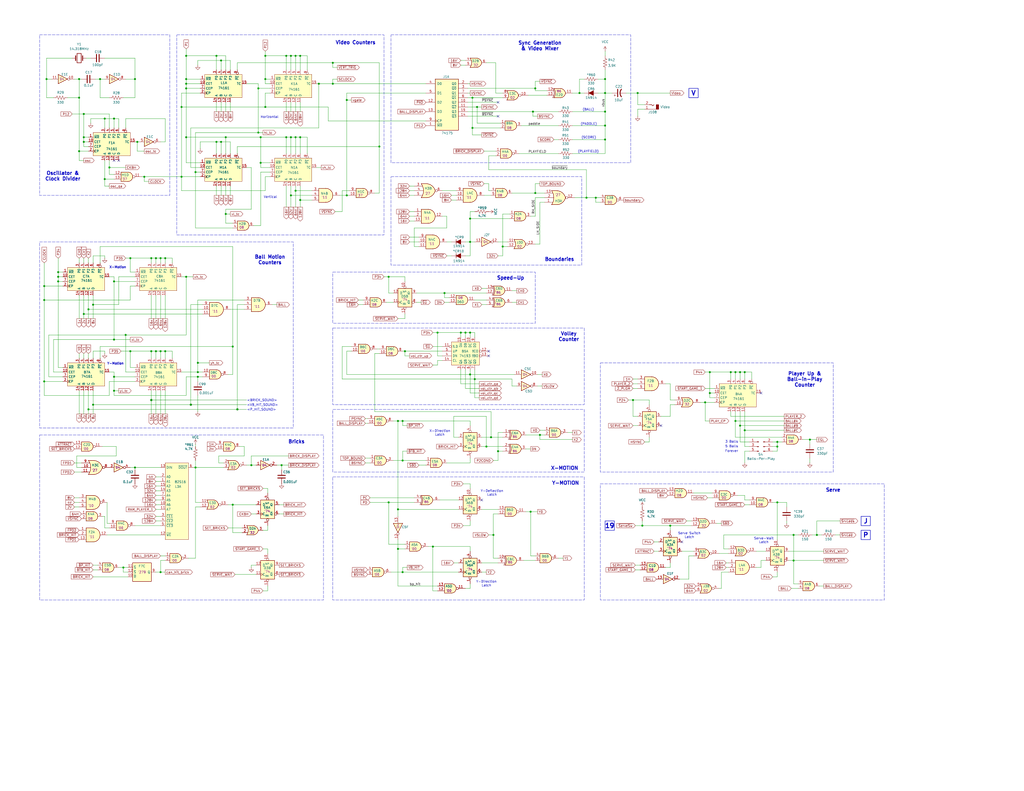
<source format=kicad_sch>
(kicad_sch (version 20250114) (generator "eeschema") (generator_version "9.0")
  (paper "C")
  (title_block (title "Retro Breakout") (date "2025-11-05") (rev "4722-101-A") (company "ByteMind, Inc.") (comment 1 "P.Bishop"))
  (circle (center 129.54 223.52) (radius 0.508) (stroke (width 0) (color 0 132 0 1)) (fill (type color) (color 0 132 0 1)))
  (circle (center 104.14 220.98) (radius 0.508) (stroke (width 0) (color 0 132 0 1)) (fill (type color) (color 0 132 0 1)))
  (rectangle (start 213.36 96.52) (end 317.5 144.78) (stroke (width 0) (type dash)))
  (rectangle (start 327.66 198.12) (end 454.66 257.81) (stroke (width 0) (type dash)))
  (circle (center 82.55 218.44) (radius 0.508) (stroke (width 0) (color 0 132 0 1)) (fill (type color) (color 0 132 0 1)))
  (rectangle (start 181.61 148.59) (end 292.1 176.53) (stroke (width 0) (type dash)))
  (rectangle (start 213.36 19.05) (end 344.17 88.9) (stroke (width 0) (type dash)))
  (rectangle (start 181.61 223.52) (end 318.77 257.81) (stroke (width 0) (type dash)))
  (rectangle (start 21.59 237.49) (end 176.53 327.66) (stroke (width 0) (type dash)))
  (rectangle (start 21.59 132.08) (end 160.02 233.68) (stroke (width 0) (type dash)))
  (rectangle (start 96.52 19.05) (end 209.55 128.27) (stroke (width 0) (type dash)))
  (rectangle (start 181.61 179.07) (end 318.77 220.98) (stroke (width 0) (type dash)))
  (rectangle (start 21.59 19.05) (end 92.71 106.68) (stroke (width 0) (type dash)))
  (rectangle (start 327.66 264.16) (end 482.6 327.66) (stroke (width 0) (type dash)))
  (rectangle (start 181.61 260.35) (end 318.77 327.66) (stroke (width 0) (type dash)))
  (text "X-MOTION" (at 308.102 255.778 0) (effects (font (size 1.905 1.905) (thickness 0.381) (bold yes))))
  (text "Y-Motion" (at 62.992 198.628 0) (effects (font (size 1.27 1.27) (thickness 0.254) (bold yes))))
  (text "Oscillator &\nClock Divider" (at 34.29 96.266 0) (effects (font (size 1.905 1.905) (thickness 0.381) (bold yes))))
  (text "Ball Motion\nCounters" (at 147.32 141.986 0) (effects (font (size 1.905 1.905) (thickness 0.381) (bold yes))))
  (text "(PLAYFIELD)" (at 321.056 82.804 0) (effects (font (size 1.27 1.27) (thickness 0.1588))))
  (text "Vertical" (at 147.574 107.696 0) (effects (font (size 1.27 1.27))))
  (text "3 Balls" (at 399.288 241.3 0) (effects (font (size 1.27 1.27))))
  (text "<VB_HIT_SOUND>" (at 143.256 221.234 0) (effects (font (size 1.27 1.27))))
  (text "5 Balls" (at 399.288 243.84 0) (effects (font (size 1.27 1.27))))
  (text "(BALL)" (at 321.056 59.944 0) (effects (font (size 1.27 1.27) (thickness 0.1588))))
  (text "Y-Direction\nLatch" (at 265.43 318.77 0) (effects (font (size 1.27 1.27))))
  (text "Y-MOTION" (at 308.61 263.906 0) (effects (font (size 1.905 1.905) (thickness 0.381) (bold yes))))
  (text "Serve" (at 454.66 267.716 0) (effects (font (size 1.905 1.905) (thickness 0.381) (bold yes))))
  (text "Sync Generation\n& Video Mixer" (at 294.64 25.146 0) (effects (font (size 1.905 1.905) (thickness 0.381) (bold yes))))
  (text "Volley\nCounter" (at 310.388 183.896 0) (effects (font (size 1.905 1.905) (thickness 0.381) (bold yes))))
  (text "Serve-Wait\nLatch" (at 416.814 295.148 0) (effects (font (size 1.27 1.27))))
  (text "<P_HIT_SOUND>" (at 142.748 223.774 0) (effects (font (size 1.27 1.27))))
  (text "Video Counters" (at 194.056 23.368 0) (effects (font (size 1.905 1.905) (thickness 0.381) (bold yes))))
  (text "X-Motion" (at 64.262 146.05 0) (effects (font (size 1.27 1.27) (thickness 0.254) (bold yes))))
  (text "(PADDLE)" (at 321.31 67.818 0) (effects (font (size 1.27 1.27))))
  (text "Horizontal" (at 147.066 64.008 0) (effects (font (size 1.27 1.27))))
  (text "Boundaries" (at 305.308 141.732 0) (effects (font (size 1.905 1.905) (thickness 0.381) (bold yes))))
  (text "X-Direction\nLatch" (at 240.03 236.474 0) (effects (font (size 1.27 1.27))))
  (text "(SCORE)" (at 321.31 75.184 0) (effects (font (size 1.27 1.27) (thickness 0.1588))))
  (text "Y-Deflection\nLatch" (at 268.478 269.24 0) (effects (font (size 1.27 1.27))))
  (text "Serve Switch\nLatch" (at 376.174 292.354 0) (effects (font (size 1.27 1.27))))
  (text "Player Up &\nBall-in-Play\nCounter" (at 439.166 207.264 0) (effects (font (size 1.905 1.905) (thickness 0.381) (bold yes))))
  (text "Bricks" (at 161.798 241.3 0) (effects (font (size 1.905 1.905) (thickness 0.381) (bold yes))))
  (text "Speed-Up" (at 278.638 151.892 0) (effects (font (size 1.905 1.905) (thickness 0.381) (bold yes))))
  (text "Forever" (at 399.288 246.38 0) (effects (font (size 1.27 1.27))))
  (text "<BRICK_SOUND>" (at 143.002 218.694 0) (effects (font (size 1.27 1.27))))
  (text_box "V" (at 375.92 48.26 0) (size 5.08 5.08) (margins 0.9525 0.9525 0.9525 0.9525) (stroke (width 0.254)) (effects (font (size 2.54 2.54) (thickness 0.508) (bold yes))))
  (text_box "J" (at 469.9 281.94 0) (size 5.08 5.08) (margins 0.9525 0.9525 0.9525 0.9525) (stroke (width 0.254)) (effects (font (size 2.54 2.54) (thickness 0.508) (bold yes))))
  (text_box "P" (at 469.9 289.56 0) (size 5.08 5.08) (margins 0.9525 0.9525 0.9525 0.9525) (stroke (width 0.254)) (effects (font (size 2.54 2.54) (thickness 0.508) (bold yes))))
  (text_box "19" (at 330.2 284.48 0) (size 5.08 5.08) (margins 0.9525 0.9525 0.9525 0.9525) (stroke (width 0.254)) (effects (font (size 2.54 2.54) (thickness 0.508) (bold yes))))
  (junction (at 25.4 43.18))
  (junction (at 59.69 91.44))
  (junction (at 90.17 140.97))
  (junction (at 153.67 254))
  (junction (at 127 275.59))
  (junction (at 161.29 30.48))
  (junction (at 267.97 238.76))
  (junction (at 127 189.23))
  (junction (at 274.32 134.62))
  (junction (at 140.97 72.39))
  (junction (at 118.11 77.47))
  (junction (at 350.52 287.02))
  (junction (at 24.13 156.21))
  (junction (at 50.8 166.37))
  (junction (at 24.13 163.83))
  (junction (at 256.54 119.38))
  (junction (at 173.99 45.72))
  (junction (at 189.23 106.68))
  (junction (at 384.81 219.71))
  (junction (at 269.24 292.1))
  (junction (at 158.75 106.68))
  (junction (at 163.83 109.22))
  (junction (at 101.6 151.13))
  (junction (at 101.6 30.48))
  (junction (at 156.21 30.48))
  (junction (at 71.12 140.97))
  (junction (at 99.06 96.52))
  (junction (at 57.15 64.77))
  (junction (at 257.81 69.85))
  (junction (at 292.1 48.26))
  (junction (at 78.74 96.52))
  (junction (at 163.83 30.48))
  (junction (at 85.09 191.77))
  (junction (at 156.21 74.93))
  (junction (at 43.18 43.18))
  (junction (at 142.24 74.93))
  (junction (at 217.17 229.87))
  (junction (at 31.75 148.59))
  (junction (at 181.61 34.29))
  (junction (at 101.6 48.26))
  (junction (at 82.55 140.97))
  (junction (at 161.29 74.93))
  (junction (at 433.07 306.07))
  (junction (at 406.4 234.95))
  (junction (at 87.63 312.42))
  (junction (at 260.35 58.42))
  (junction (at 90.17 191.77))
  (junction (at 50.8 220.98))
  (junction (at 120.65 77.47))
  (junction (at 207.01 80.01))
  (junction (at 219.71 229.87))
  (junction (at 220.98 191.77))
  (junction (at 62.23 64.77))
  (junction (at 347.98 50.8))
  (junction (at 424.18 241.3))
  (junction (at 107.95 203.2))
  (junction (at 62.23 185.42))
  (junction (at 325.12 107.95))
  (junction (at 45.72 171.45))
  (junction (at 161.29 104.14))
  (junction (at 99.06 58.42))
  (junction (at 289.56 279.4))
  (junction (at 320.04 107.95))
  (junction (at 345.44 218.44))
  (junction (at 101.6 45.72))
  (junction (at 181.61 45.72))
  (junction (at 45.72 77.47))
  (junction (at 217.17 299.72))
  (junction (at 212.09 151.13))
  (junction (at 140.97 48.26))
  (junction (at 163.83 74.93))
  (junction (at 265.43 243.84))
  (junction (at 424.18 274.32))
  (junction (at 24.13 208.28))
  (junction (at 45.72 62.23))
  (junction (at 290.83 60.96))
  (junction (at 57.15 97.79))
  (junction (at 330.2 43.18))
  (junction (at 406.4 203.2))
  (junction (at 292.1 105.41))
  (junction (at 238.76 181.61))
  (junction (at 256.54 132.08))
  (junction (at 259.08 207.01))
  (junction (at 123.19 116.84))
  (junction (at 31.75 153.67))
  (junction (at 212.09 274.32))
  (junction (at 330.2 68.58))
  (junction (at 45.72 74.93))
  (junction (at 236.22 298.45))
  (junction (at 256.54 204.47))
  (junction (at 73.66 255.27))
  (junction (at 106.68 93.98))
  (junction (at 330.2 50.8))
  (junction (at 144.78 30.48))
  (junction (at 85.09 140.97))
  (junction (at 403.86 232.41))
  (junction (at 73.66 43.18))
  (junction (at 68.58 182.88))
  (junction (at 441.96 240.03))
  (junction (at 242.57 160.02))
  (junction (at 424.18 243.84))
  (junction (at 330.2 76.2))
  (junction (at 123.19 74.93))
  (junction (at 256.54 181.61))
  (junction (at 31.75 151.13))
  (junction (at 106.68 255.27))
  (junction (at 271.78 246.38))
  (junction (at 54.61 43.18))
  (junction (at 316.23 50.8))
  (junction (at 62.23 213.36))
  (junction (at 398.78 203.2))
  (junction (at 62.23 153.67))
  (junction (at 219.71 251.46))
  (junction (at 48.26 168.91))
  (junction (at 158.75 30.48))
  (junction (at 43.18 82.55))
  (junction (at 144.78 58.42))
  (junction (at 120.65 33.02))
  (junction (at 401.32 229.87))
  (junction (at 87.63 140.97))
  (junction (at 71.12 191.77))
  (junction (at 433.07 292.1))
  (junction (at 87.63 191.77))
  (junction (at 257.81 53.34))
  (junction (at 219.71 312.42))
  (junction (at 118.11 30.48))
  (junction (at 189.23 54.61))
  (junction (at 387.35 214.63))
  (junction (at 144.78 43.18))
  (junction (at 107.95 198.12))
  (junction (at 294.64 237.49))
  (junction (at 330.2 60.96))
  (junction (at 365.76 287.02))
  (junction (at 62.23 205.74))
  (junction (at 82.55 191.77))
  (junction (at 445.77 292.1))
  (junction (at 254 181.61))
  (junction (at 142.24 88.9))
  (junction (at 101.6 74.93))
  (junction (at 387.35 203.2))
  (junction (at 107.95 205.74))
  (junction (at 251.46 181.61))
  (junction (at 217.17 278.13))
  (junction (at 403.86 203.2))
  (junction (at 43.18 53.34))
  (junction (at 158.75 74.93))
  (junction (at 401.32 203.2))
  (junction (at 74.93 77.47))
  (junction (at 67.31 309.88))
  (junction (at 101.6 43.18))
  (junction (at 48.26 223.52))
  (junction (at 137.16 254))
  (no_connect (at 266.7 194.31))
  (no_connect (at 262.89 273.05))
  (no_connect (at 62.23 87.63))
  (no_connect (at 266.7 191.77))
  (no_connect (at 415.29 214.63))
  (no_connect (at 271.78 63.5))
  (no_connect (at 64.77 87.63))
  (no_connect (at 360.68 232.41))
  (no_connect (at 271.78 55.88))
  (no_connect (at 372.11 295.91))
  (wire (pts (xy 87.63 191.77) (xy 90.17 191.77)))
  (wire (pts (xy 267.97 224.79) (xy 267.97 238.76)))
  (wire (pts (xy 365.76 209.55) (xy 365.76 218.44)))
  (wire (pts (xy 266.7 100.33) (xy 266.7 104.14)))
  (wire (pts (xy 153.67 254) (xy 153.67 256.54)))
  (wire (pts (xy 232.41 50.8) (xy 189.23 50.8)))
  (wire (pts (xy 261.62 214.63) (xy 256.54 214.63)))
  (wire (pts (xy 243.84 132.08) (xy 246.38 132.08)))
  (wire (pts (xy 101.6 151.13) (xy 105.41 151.13)))
  (wire (pts (xy 363.22 209.55) (xy 365.76 209.55)))
  (wire (pts (xy 219.71 246.38) (xy 219.71 251.46)))
  (wire (pts (xy 398.78 224.79) (xy 398.78 227.33)))
  (wire (pts (xy 157.48 248.92) (xy 137.16 248.92)))
  (wire (pts (xy 57.15 69.85) (xy 57.15 64.77)))
  (wire (pts (xy 223.52 106.68) (xy 226.06 106.68)))
  (wire (pts (xy 40.64 274.32) (xy 43.18 274.32)))
  (wire (pts (xy 227.33 160.02) (xy 242.57 160.02)))
  (wire (pts (xy 406.4 243.84) (xy 406.4 234.95)))
  (wire (pts (xy 125.73 101.6) (xy 125.73 106.68)))
  (wire (pts (xy 312.42 68.58) (xy 330.2 68.58)))
  (wire (pts (xy 25.4 43.18) (xy 27.94 43.18)))
  (wire (pts (xy 90.17 140.97) (xy 93.98 140.97)))
  (wire (pts (xy 302.26 76.2) (xy 304.8 76.2)))
  (wire (pts (xy 31.75 148.59) (xy 34.29 148.59)))
  (wire (pts (xy 429.26 276.86) (xy 429.26 274.32)))
  (wire (pts (xy 292.1 44.45) (xy 294.64 44.45)))
  (wire (pts (xy 289.56 245.11) (xy 287.02 245.11)))
  (wire (pts (xy 403.86 203.2) (xy 406.4 203.2)))
  (wire (pts (xy 106.68 255.27) (xy 106.68 274.32)))
  (wire (pts (xy 406.4 270.51) (xy 402.59 270.51)))
  (wire (pts (xy 82.55 140.97) (xy 85.09 140.97)))
  (wire (pts (xy 63.5 248.92) (xy 63.5 243.84)))
  (wire (pts (xy 137.16 254) (xy 139.7 254)))
  (wire (pts (xy 320.04 92.71) (xy 320.04 107.95)))
  (wire (pts (xy 71.12 156.21) (xy 73.66 156.21)))
  (wire (pts (xy 49.53 64.77) (xy 57.15 64.77)))
  (wire (pts (xy 424.18 246.38) (xy 424.18 243.84)))
  (wire (pts (xy 238.76 199.39) (xy 238.76 196.85)))
  (wire (pts (xy 39.37 31.75) (xy 25.4 31.75)))
  (wire (pts (xy 74.93 77.47) (xy 76.2 77.47)))
  (wire (pts (xy 40.64 257.81) (xy 44.45 257.81)))
  (wire (pts (xy 259.08 207.01) (xy 279.4 207.01)))
  (wire (pts (xy 167.64 30.48) (xy 163.83 30.48)))
  (wire (pts (xy 445.77 292.1) (xy 445.77 284.48)))
  (wire (pts (xy 64.77 309.88) (xy 67.31 309.88)))
  (wire (pts (xy 433.07 292.1) (xy 433.07 306.07)))
  (wire (pts (xy 144.78 27.94) (xy 144.78 30.48)))
  (wire (pts (xy 220.98 191.77) (xy 241.3 191.77)))
  (wire (pts (xy 201.93 271.78) (xy 226.06 271.78)))
  (wire (pts (xy 435.61 318.77) (xy 433.07 318.77)))
  (wire (pts (xy 50.8 314.96) (xy 69.85 314.96)))
  (wire (pts (xy 292.1 100.33) (xy 292.1 105.41)))
  (wire (pts (xy 129.54 166.37) (xy 129.54 223.52)))
  (wire (pts (xy 106.68 255.27) (xy 105.41 255.27)))
  (wire (pts (xy 378.46 269.24) (xy 388.62 269.24)))
  (wire (pts (xy 62.23 153.67) (xy 73.66 153.67)))
  (wire (pts (xy 26.67 182.88) (xy 26.67 205.74)))
  (wire (pts (xy 365.76 289.56) (xy 365.76 287.02)))
  (wire (pts (xy 99.06 58.42) (xy 144.78 58.42)))
  (wire (pts (xy 365.76 227.33) (xy 365.76 220.98)))
  (wire (pts (xy 406.4 275.59) (xy 408.94 275.59)))
  (wire (pts (xy 43.18 226.06) (xy 43.18 213.36)))
  (wire (pts (xy 59.69 151.13) (xy 62.23 151.13)))
  (wire (pts (xy 250.19 278.13) (xy 217.17 278.13)))
  (wire (pts (xy 87.63 140.97) (xy 90.17 140.97)))
  (wire (pts (xy 222.25 246.38) (xy 219.71 246.38)))
  (wire (pts (xy 64.77 151.13) (xy 73.66 151.13)))
  (wire (pts (xy 99.06 96.52) (xy 99.06 58.42)))
  (wire (pts (xy 259.08 181.61) (xy 259.08 184.15)))
  (wire (pts (xy 259.08 201.93) (xy 259.08 207.01)))
  (wire (pts (xy 34.29 203.2) (xy 29.21 203.2)))
  (wire (pts (xy 45.72 193.04) (xy 45.72 195.58)))
  (wire (pts (xy 182.88 115.57) (xy 186.69 115.57)))
  (wire (pts (xy 412.75 309.88) (xy 415.29 309.88)))
  (wire (pts (xy 264.16 106.68) (xy 267.97 106.68)))
  (wire (pts (xy 227.33 165.1) (xy 229.87 165.1)))
  (wire (pts (xy 107.95 224.79) (xy 107.95 215.9)))
  (wire (pts (xy 392.43 302.26) (xy 397.51 302.26)))
  (wire (pts (xy 106.68 304.8) (xy 106.68 276.86)))
  (wire (pts (xy 45.72 74.93) (xy 48.26 74.93)))
  (wire (pts (xy 290.83 60.96) (xy 304.8 60.96)))
  (wire (pts (xy 163.83 109.22) (xy 170.18 109.22)))
  (wire (pts (xy 120.65 77.47) (xy 118.11 77.47)))
  (wire (pts (xy 289.56 303.53) (xy 292.1 303.53)))
  (wire (pts (xy 429.26 285.75) (xy 429.26 284.48)))
  (wire (pts (xy 85.09 312.42) (xy 87.63 312.42)))
  (wire (pts (xy 401.32 229.87) (xy 401.32 238.76)))
  (wire (pts (xy 293.37 63.5) (xy 290.83 63.5)))
  (wire (pts (xy 260.35 67.31) (xy 273.05 67.31)))
  (wire (pts (xy 101.6 88.9) (xy 101.6 74.93)))
  (wire (pts (xy 129.54 34.29) (xy 129.54 38.1)))
  (wire (pts (xy 62.23 205.74) (xy 62.23 213.36)))
  (wire (pts (xy 71.12 191.77) (xy 82.55 191.77)))
  (wire (pts (xy 345.44 207.01) (xy 347.98 207.01)))
  (wire (pts (xy 403.86 241.3) (xy 403.86 232.41)))
  (wire (pts (xy 345.44 218.44) (xy 345.44 227.33)))
  (wire (pts (xy 397.51 309.88) (xy 396.24 309.88)))
  (wire (pts (xy 62.23 185.42) (xy 62.23 153.67)))
  (wire (pts (xy 67.31 53.34) (xy 73.66 53.34)))
  (wire (pts (xy 427.99 234.95) (xy 406.4 234.95)))
  (wire (pts (xy 401.32 203.2) (xy 398.78 203.2)))
  (wire (pts (xy 101.6 151.13) (xy 101.6 182.88)))
  (wire (pts (xy 219.71 309.88) (xy 219.71 312.42)))
  (wire (pts (xy 109.22 88.9) (xy 101.6 88.9)))
  (wire (pts (xy 219.71 251.46) (xy 232.41 251.46)))
  (wire (pts (xy 87.63 140.97) (xy 87.63 143.51)))
  (wire (pts (xy 71.12 255.27) (xy 73.66 255.27)))
  (wire (pts (xy 154.94 275.59) (xy 152.4 275.59)))
  (wire (pts (xy 265.43 227.33) (xy 247.65 227.33)))
  (wire (pts (xy 156.21 101.6) (xy 156.21 113.03)))
  (wire (pts (xy 186.69 207.01) (xy 259.08 207.01)))
  (wire (pts (xy 34.29 156.21) (xy 24.13 156.21)))
  (wire (pts (xy 223.52 115.57) (xy 226.06 115.57)))
  (wire (pts (xy 195.58 163.83) (xy 198.12 163.83)))
  (wire (pts (xy 378.46 303.53) (xy 375.92 303.53)))
  (wire (pts (xy 163.83 55.88) (xy 163.83 60.96)))
  (wire (pts (xy 441.96 240.03) (xy 445.77 240.03)))
  (wire (pts (xy 106.68 276.86) (xy 109.22 276.86)))
  (wire (pts (xy 25.4 53.34) (xy 29.21 53.34)))
  (wire (pts (xy 107.95 205.74) (xy 107.95 208.28)))
  (wire (pts (xy 265.43 34.29) (xy 270.51 34.29)))
  (wire (pts (xy 87.63 213.36) (xy 87.63 226.06)))
  (wire (pts (xy 393.7 312.42) (xy 393.7 321.31)))
  (wire (pts (xy 43.18 43.18) (xy 44.45 43.18)))
  (wire (pts (xy 424.18 243.84) (xy 424.18 241.3)))
  (wire (pts (xy 102.87 304.8) (xy 106.68 304.8)))
  (wire (pts (xy 40.64 252.73) (xy 44.45 252.73)))
  (wire (pts (xy 140.97 72.39) (xy 143.51 72.39)))
  (wire (pts (xy 271.78 246.38) (xy 274.32 246.38)))
  (wire (pts (xy 287.02 237.49) (xy 294.64 237.49)))
  (wire (pts (xy 393.7 321.31) (xy 392.43 321.31)))
  (wire (pts (xy 372.11 300.99) (xy 378.46 300.99)))
  (wire (pts (xy 49.53 31.75) (xy 46.99 31.75)))
  (wire (pts (xy 101.6 26.67) (xy 101.6 30.48)))
  (wire (pts (xy 410.21 207.01) (xy 410.21 203.2)))
  (wire (pts (xy 223.52 118.11) (xy 226.06 118.11)))
  (wire (pts (xy 163.83 74.93) (xy 167.64 74.93)))
  (wire (pts (xy 433.07 306.07) (xy 449.58 306.07)))
  (wire (pts (xy 256.54 181.61) (xy 256.54 184.15)))
  (wire (pts (xy 264.16 82.55) (xy 270.51 82.55)))
  (wire (pts (xy 24.13 156.21) (xy 24.13 163.83)))
  (wire (pts (xy 62.23 64.77) (xy 64.77 64.77)))
  (wire (pts (xy 347.98 50.8) (xy 365.76 50.8)))
  (wire (pts (xy 48.26 213.36) (xy 48.26 223.52)))
  (wire (pts (xy 189.23 54.61) (xy 191.77 54.61)))
  (wire (pts (xy 157.48 254) (xy 153.67 254)))
  (wire (pts (xy 346.71 311.15) (xy 349.25 311.15)))
  (wire (pts (xy 156.21 30.48) (xy 158.75 30.48)))
  (wire (pts (xy 212.09 297.18) (xy 212.09 274.32)))
  (wire (pts (xy 85.09 161.29) (xy 85.09 173.99)))
  (wire (pts (xy 87.63 77.47) (xy 90.17 77.47)))
  (wire (pts (xy 387.35 214.63) (xy 389.89 214.63)))
  (wire (pts (xy 59.69 101.6) (xy 57.15 101.6)))
  (wire (pts (xy 387.35 203.2) (xy 384.81 203.2)))
  (wire (pts (xy 106.68 72.39) (xy 106.68 93.98)))
  (wire (pts (xy 251.46 181.61) (xy 254 181.61)))
  (wire (pts (xy 31.75 151.13) (xy 31.75 153.67)))
  (wire (pts (xy 256.54 252.73) (xy 256.54 250.19)))
  (wire (pts (xy 347.98 59.69) (xy 347.98 63.5)))
  (wire (pts (xy 246.38 106.68) (xy 248.92 106.68)))
  (wire (pts (xy 41.91 248.92) (xy 63.5 248.92)))
  (wire (pts (xy 109.22 274.32) (xy 106.68 274.32)))
  (wire (pts (xy 271.78 132.08) (xy 276.86 132.08)))
  (wire (pts (xy 269.24 292.1) (xy 269.24 304.8)))
  (wire (pts (xy 24.13 215.9) (xy 24.13 208.28)))
  (wire (pts (xy 238.76 322.58) (xy 236.22 322.58)))
  (wire (pts (xy 195.58 166.37) (xy 198.12 166.37)))
  (wire (pts (xy 278.13 116.84) (xy 274.32 116.84)))
  (wire (pts (xy 172.72 45.72) (xy 173.99 45.72)))
  (wire (pts (xy 64.77 166.37) (xy 64.77 151.13)))
  (wire (pts (xy 158.75 106.68) (xy 158.75 101.6)))
  (wire (pts (xy 167.64 30.48) (xy 167.64 38.1)))
  (wire (pts (xy 341.63 50.8) (xy 347.98 50.8)))
  (wire (pts (xy 24.13 215.9) (xy 59.69 215.9)))
  (wire (pts (xy 58.42 292.1) (xy 87.63 292.1)))
  (wire (pts (xy 401.32 203.2) (xy 403.86 203.2)))
  (wire (pts (xy 57.15 193.04) (xy 57.15 191.77)))
  (wire (pts (xy 424.18 314.96) (xy 424.18 312.42)))
  (wire (pts (xy 68.58 64.77) (xy 68.58 69.85)))
  (wire (pts (xy 31.75 151.13) (xy 34.29 151.13)))
  (wire (pts (xy 123.19 101.6) (xy 123.19 106.68)))
  (wire (pts (xy 85.09 273.05) (xy 87.63 273.05)))
  (wire (pts (xy 52.07 43.18) (xy 54.61 43.18)))
  (wire (pts (xy 87.63 161.29) (xy 87.63 173.99)))
  (wire (pts (xy 217.17 294.64) (xy 217.17 299.72)))
  (wire (pts (xy 256.54 204.47) (xy 280.67 204.47)))
  (wire (pts (xy 99.06 58.42) (xy 99.06 50.8)))
  (wire (pts (xy 365.76 309.88) (xy 365.76 307.34)))
  (wire (pts (xy 386.08 271.78) (xy 388.62 271.78)))
  (wire (pts (xy 223.52 101.6) (xy 226.06 101.6)))
  (wire (pts (xy 270.51 34.29) (xy 270.51 50.8)))
  (wire (pts (xy 330.2 27.94) (xy 330.2 30.48)))
  (wire (pts (xy 226.06 124.46) (xy 243.84 124.46)))
  (wire (pts (xy 217.17 229.87) (xy 217.17 278.13)))
  (wire (pts (xy 223.52 120.65) (xy 226.06 120.65)))
  (wire (pts (xy 185.42 106.68) (xy 189.23 106.68)))
  (wire (pts (xy 312.42 50.8) (xy 316.23 50.8)))
  (wire (pts (xy 57.15 31.75) (xy 73.66 31.75)))
  (wire (pts (xy 120.65 77.47) (xy 120.65 83.82)))
  (wire (pts (xy 158.75 30.48) (xy 161.29 30.48)))
  (wire (pts (xy 397.51 312.42) (xy 393.7 312.42)))
  (wire (pts (xy 294.64 234.95) (xy 297.18 234.95)))
  (wire (pts (xy 276.86 134.62) (xy 274.32 134.62)))
  (wire (pts (xy 25.4 31.75) (xy 25.4 43.18)))
  (wire (pts (xy 415.29 309.88) (xy 415.29 306.07)))
  (wire (pts (xy 351.79 59.69) (xy 347.98 59.69)))
  (wire (pts (xy 43.18 87.63) (xy 43.18 82.55)))
  (wire (pts (xy 69.85 312.42) (xy 67.31 312.42)))
  (wire (pts (xy 134.62 91.44) (xy 137.16 91.44)))
  (wire (pts (xy 233.68 298.45) (xy 236.22 298.45)))
  (wire (pts (xy 217.17 173.99) (xy 220.98 173.99)))
  (wire (pts (xy 241.3 194.31) (xy 238.76 194.31)))
  (wire (pts (xy 350.52 284.48) (xy 350.52 287.02)))
  (wire (pts (xy 144.78 43.18) (xy 147.32 43.18)))
  (wire (pts (xy 325.12 110.49) (xy 325.12 107.95)))
  (wire (pts (xy 87.63 312.42) (xy 87.63 306.07)))
  (wire (pts (xy 347.98 57.15) (xy 347.98 50.8)))
  (wire (pts (xy 71.12 140.97) (xy 82.55 140.97)))
  (wire (pts (xy 330.2 76.2) (xy 330.2 68.58)))
  (wire (pts (xy 345.44 212.09) (xy 347.98 212.09)))
  (wire (pts (xy 350.52 287.02) (xy 346.71 287.02)))
  (wire (pts (xy 45.72 213.36) (xy 45.72 226.06)))
  (wire (pts (xy 50.8 143.51) (xy 50.8 139.7)))
  (wire (pts (xy 57.15 281.94) (xy 57.15 288.29)))
  (wire (pts (xy 81.28 99.06) (xy 78.74 99.06)))
  (wire (pts (xy 401.32 229.87) (xy 427.99 229.87)))
  (wire (pts (xy 57.15 191.77) (xy 50.8 191.77)))
  (wire (pts (xy 43.18 43.18) (xy 43.18 53.34)))
  (wire (pts (xy 449.58 320.04) (xy 447.04 320.04)))
  (wire (pts (xy 342.9 218.44) (xy 345.44 218.44)))
  (wire (pts (xy 54.61 53.34) (xy 59.69 53.34)))
  (wire (pts (xy 256.54 318.77) (xy 256.54 321.31)))
  (wire (pts (xy 189.23 54.61) (xy 189.23 106.68)))
  (wire (pts (xy 207.01 34.29) (xy 207.01 80.01)))
  (wire (pts (xy 107.95 198.12) (xy 107.95 203.2)))
  (wire (pts (xy 85.09 270.51) (xy 87.63 270.51)))
  (wire (pts (xy 212.09 151.13) (xy 220.98 151.13)))
  (wire (pts (xy 24.13 163.83) (xy 71.12 163.83)))
  (wire (pts (xy 59.69 95.25) (xy 62.23 95.25)))
  (wire (pts (xy 256.54 229.87) (xy 256.54 232.41)))
  (wire (pts (xy 401.32 224.79) (xy 401.32 229.87)))
  (wire (pts (xy 220.98 171.45) (xy 220.98 173.99)))
  (wire (pts (xy 254 212.09) (xy 254 201.93)))
  (wire (pts (xy 158.75 106.68) (xy 158.75 113.03)))
  (wire (pts (xy 320.04 107.95) (xy 325.12 107.95)))
  (wire (pts (xy 99.06 96.52) (xy 109.22 96.52)))
  (wire (pts (xy 59.69 87.63) (xy 59.69 91.44)))
  (wire (pts (xy 57.15 87.63) (xy 57.15 97.79)))
  (wire (pts (xy 387.35 229.87) (xy 384.81 229.87)))
  (wire (pts (xy 262.89 243.84) (xy 265.43 243.84)))
  (wire (pts (xy 421.64 243.84) (xy 424.18 243.84)))
  (wire (pts (xy 316.23 50.8) (xy 318.77 50.8)))
  (wire (pts (xy 123.19 74.93) (xy 142.24 74.93)))
  (wire (pts (xy 158.75 55.88) (xy 158.75 60.96)))
  (wire (pts (xy 156.21 74.93) (xy 158.75 74.93)))
  (wire (pts (xy 127 189.23) (xy 127 204.47)))
  (wire (pts (xy 271.78 139.7) (xy 274.32 139.7)))
  (wire (pts (xy 241.3 104.14) (xy 248.92 104.14)))
  (wire (pts (xy 118.11 30.48) (xy 118.11 38.1)))
  (wire (pts (xy 236.22 298.45) (xy 256.54 298.45)))
  (wire (pts (xy 45.72 140.97) (xy 45.72 143.51)))
  (wire (pts (xy 45.72 77.47) (xy 45.72 80.01)))
  (wire (pts (xy 217.17 299.72) (xy 220.98 299.72)))
  (wire (pts (xy 312.42 76.2) (xy 330.2 76.2)))
  (wire (pts (xy 204.47 105.41) (xy 207.01 105.41)))
  (wire (pts (xy 156.21 55.88) (xy 156.21 60.96)))
  (wire (pts (xy 430.53 306.07) (xy 433.07 306.07)))
  (wire (pts (xy 189.23 106.68) (xy 190.5 106.68)))
  (wire (pts (xy 59.69 91.44) (xy 68.58 91.44)))
  (wire (pts (xy 127 124.46) (xy 106.68 124.46)))
  (wire (pts (xy 271.78 246.38) (xy 271.78 251.46)))
  (wire (pts (xy 34.29 208.28) (xy 24.13 208.28)))
  (wire (pts (xy 312.42 60.96) (xy 330.2 60.96)))
  (wire (pts (xy 259.08 181.61) (xy 256.54 181.61)))
  (wire (pts (xy 254 181.61) (xy 254 184.15)))
  (wire (pts (xy 356.87 295.91) (xy 359.41 295.91)))
  (wire (pts (xy 101.6 182.88) (xy 68.58 182.88)))
  (wire (pts (xy 161.29 55.88) (xy 161.29 60.96)))
  (wire (pts (xy 107.95 163.83) (xy 133.35 163.83)))
  (wire (pts (xy 45.72 74.93) (xy 45.72 77.47)))
  (wire (pts (xy 73.66 203.2) (xy 68.58 203.2)))
  (wire (pts (xy 85.09 191.77) (xy 85.09 195.58)))
  (wire (pts (xy 144.78 104.14) (xy 144.78 96.52)))
  (wire (pts (xy 107.95 198.12) (xy 114.3 198.12)))
  (wire (pts (xy 66.04 191.77) (xy 71.12 191.77)))
  (wire (pts (xy 137.16 248.92) (xy 137.16 254)))
  (wire (pts (xy 256.54 115.57) (xy 256.54 119.38)))
  (wire (pts (xy 101.6 43.18) (xy 109.22 43.18)))
  (wire (pts (xy 118.11 101.6) (xy 118.11 106.68)))
  (wire (pts (xy 99.06 203.2) (xy 107.95 203.2)))
  (wire (pts (xy 254 132.08) (xy 256.54 132.08)))
  (wire (pts (xy 34.29 153.67) (xy 31.75 153.67)))
  (wire (pts (xy 137.16 308.61) (xy 139.7 308.61)))
  (wire (pts (xy 220.98 194.31) (xy 220.98 191.77)))
  (wire (pts (xy 189.23 50.8) (xy 189.23 54.61)))
  (wire (pts (xy 120.65 33.02) (xy 107.95 33.02)))
  (wire (pts (xy 269.24 304.8) (xy 271.78 304.8)))
  (wire (pts (xy 85.09 284.48) (xy 87.63 284.48)))
  (wire (pts (xy 40.64 43.18) (xy 43.18 43.18)))
  (wire (pts (xy 421.64 241.3) (xy 424.18 241.3)))
  (wire (pts (xy 363.22 309.88) (xy 365.76 309.88)))
  (wire (pts (xy 345.44 218.44) (xy 354.33 218.44)))
  (wire (pts (xy 50.8 220.98) (xy 104.14 220.98)))
  (wire (pts (xy 265.43 243.84) (xy 265.43 227.33)))
  (wire (pts (xy 133.35 248.92) (xy 133.35 243.84)))
  (wire (pts (xy 106.68 251.46) (xy 106.68 255.27)))
  (wire (pts (xy 271.78 280.67) (xy 269.24 280.67)))
  (wire (pts (xy 143.51 289.56) (xy 146.05 289.56)))
  (wire (pts (xy 406.4 203.2) (xy 406.4 207.01)))
  (wire (pts (xy 62.23 213.36) (xy 62.23 215.9)))
  (polyline (pts (xy 82.5259 218.4536) (xy 134.62 218.44)) (stroke (width 0) (color 0 132 0 1)))
  (wire (pts (xy 54.61 189.23) (xy 127 189.23)))
  (wire (pts (xy 397.51 299.72) (xy 394.97 299.72)))
  (wire (pts (xy 50.8 191.77) (xy 50.8 195.58)))
  (wire (pts (xy 387.35 214.63) (xy 387.35 203.2)))
  (wire (pts (xy 265.43 312.42) (xy 262.89 312.42)))
  (wire (pts (xy 398.78 203.2) (xy 387.35 203.2)))
  (wire (pts (xy 365.76 220.98) (xy 368.3 220.98)))
  (wire (pts (xy 212.09 274.32) (xy 226.06 274.32)))
  (polyline (pts (xy 104.14 220.98) (xy 134.62 220.98)) (stroke (width 0) (color 0 132 0 1)))
  (wire (pts (xy 236.22 189.23) (xy 241.3 189.23)))
  (wire (pts (xy 257.81 53.34) (xy 257.81 69.85)))
  (wire (pts (xy 401.32 238.76) (xy 426.72 238.76)))
  (wire (pts (xy 43.18 82.55) (xy 48.26 82.55)))
  (wire (pts (xy 330.2 83.82) (xy 330.2 76.2)))
  (wire (pts (xy 101.6 45.72) (xy 101.6 48.26)))
  (wire (pts (xy 430.53 300.99) (xy 449.58 300.99)))
  (wire (pts (xy 289.56 118.11) (xy 292.1 118.11)))
  (wire (pts (xy 247.65 307.34) (xy 250.19 307.34)))
  (wire (pts (xy 330.2 38.1) (xy 330.2 43.18)))
  (wire (pts (xy 289.56 279.4) (xy 293.37 279.4)))
  (wire (pts (xy 236.22 298.45) (xy 236.22 322.58)))
  (wire (pts (xy 292.1 105.41) (xy 297.18 105.41)))
  (wire (pts (xy 64.77 64.77) (xy 64.77 69.85)))
  (wire (pts (xy 398.78 227.33) (xy 427.99 227.33)))
  (wire (pts (xy 71.12 140.97) (xy 71.12 148.59)))
  (wire (pts (xy 256.54 50.8) (xy 255.27 50.8)))
  (wire (pts (xy 78.74 99.06) (xy 78.74 96.52)))
  (wire (pts (xy 351.79 57.15) (xy 347.98 57.15)))
  (wire (pts (xy 219.71 191.77) (xy 220.98 191.77)))
  (wire (pts (xy 184.15 43.18) (xy 181.61 43.18)))
  (wire (pts (xy 260.35 58.42) (xy 260.35 67.31)))
  (wire (pts (xy 140.97 45.72) (xy 140.97 48.26)))
  (wire (pts (xy 48.26 161.29) (xy 48.26 168.91)))
  (wire (pts (xy 118.11 77.47) (xy 109.22 77.47)))
  (wire (pts (xy 424.18 241.3) (xy 426.72 241.3)))
  (wire (pts (xy 255.27 53.34) (xy 257.81 53.34)))
  (wire (pts (xy 287.02 279.4) (xy 289.56 279.4)))
  (wire (pts (xy 292.1 44.45) (xy 292.1 48.26)))
  (wire (pts (xy 125.73 38.1) (xy 125.73 33.02)))
  (wire (pts (xy 49.53 64.77) (xy 49.53 67.31)))
  (wire (pts (xy 73.66 77.47) (xy 74.93 77.47)))
  (wire (pts (xy 256.54 214.63) (xy 256.54 204.47)))
  (wire (pts (xy 90.17 140.97) (xy 90.17 143.51)))
  (wire (pts (xy 292.1 107.95) (xy 297.18 107.95)))
  (wire (pts (xy 167.64 74.93) (xy 167.64 83.82)))
  (wire (pts (xy 127 134.62) (xy 54.61 134.62)))
  (wire (pts (xy 200.66 228.6) (xy 199.39 228.6)))
  (wire (pts (xy 54.61 195.58) (xy 54.61 189.23)))
  (wire (pts (xy 142.24 74.93) (xy 156.21 74.93)))
  (wire (pts (xy 144.78 58.42) (xy 144.78 50.8)))
  (wire (pts (xy 217.17 278.13) (xy 217.17 281.94)))
  (wire (pts (xy 29.21 185.42) (xy 62.23 185.42)))
  (wire (pts (xy 55.88 243.84) (xy 63.5 243.84)))
  (wire (pts (xy 318.77 43.18) (xy 316.23 43.18)))
  (wire (pts (xy 62.23 205.74) (xy 73.66 205.74)))
  (wire (pts (xy 223.52 104.14) (xy 226.06 104.14)))
  (wire (pts (xy 59.69 69.85) (xy 59.69 62.23)))
  (wire (pts (xy 214.63 251.46) (xy 219.71 251.46)))
  (wire (pts (xy 220.98 151.13) (xy 220.98 153.67)))
  (wire (pts (xy 406.4 246.38) (xy 406.4 252.73)))
  (wire (pts (xy 257.81 73.66) (xy 262.89 73.66)))
  (wire (pts (xy 389.89 217.17) (xy 387.35 217.17)))
  (wire (pts (xy 213.36 312.42) (xy 219.71 312.42)))
  (wire (pts (xy 78.74 96.52) (xy 99.06 96.52)))
  (wire (pts (xy 85.09 267.97) (xy 87.63 267.97)))
  (wire (pts (xy 41.91 255.27) (xy 41.91 248.92)))
  (wire (pts (xy 421.64 246.38) (xy 424.18 246.38)))
  (wire (pts (xy 158.75 74.93) (xy 158.75 83.82)))
  (wire (pts (xy 189.23 191.77) (xy 191.77 191.77)))
  (wire (pts (xy 24.13 143.51) (xy 24.13 156.21)))
  (wire (pts (xy 124.46 275.59) (xy 127 275.59)))
  (wire (pts (xy 256.54 132.08) (xy 259.08 132.08)))
  (wire (pts (xy 312.42 240.03) (xy 294.64 240.03)))
  (wire (pts (xy 181.61 36.83) (xy 181.61 34.29)))
  (wire (pts (xy 31.75 148.59) (xy 31.75 151.13)))
  (wire (pts (xy 118.11 30.48) (xy 123.19 30.48)))
  (wire (pts (xy 242.57 162.56) (xy 242.57 160.02)))
  (wire (pts (xy 445.77 284.48) (xy 458.47 284.48)))
  (wire (pts (xy 73.66 255.27) (xy 87.63 255.27)))
  (wire (pts (xy 256.54 229.87) (xy 219.71 229.87)))
  (wire (pts (xy 104.14 69.85) (xy 104.14 91.44)))
  (wire (pts (xy 347.98 227.33) (xy 345.44 227.33)))
  (wire (pts (xy 125.73 77.47) (xy 120.65 77.47)))
  (wire (pts (xy 266.7 92.71) (xy 320.04 92.71)))
  (wire (pts (xy 228.6 134.62) (xy 226.06 134.62)))
  (wire (pts (xy 445.77 292.1) (xy 448.31 292.1)))
  (wire (pts (xy 397.51 307.34) (xy 396.24 307.34)))
  (wire (pts (xy 356.87 300.99) (xy 359.41 300.99)))
  (wire (pts (xy 251.46 35.56) (xy 254 35.56)))
  (wire (pts (xy 327.66 110.49) (xy 325.12 110.49)))
  (wire (pts (xy 370.84 316.23) (xy 375.92 316.23)))
  (polyline (pts (xy 129.54 223.52) (xy 134.62 223.52)) (stroke (width 0) (color 0 132 0 1)))
  (wire (pts (xy 309.88 236.22) (xy 312.42 236.22)))
  (wire (pts (xy 34.29 200.66) (xy 31.75 200.66)))
  (wire (pts (xy 101.6 30.48) (xy 101.6 43.18)))
  (wire (pts (xy 266.7 85.09) (xy 266.7 92.71)))
  (wire (pts (xy 281.94 158.75) (xy 279.4 158.75)))
  (wire (pts (xy 54.61 43.18) (xy 54.61 53.34)))
  (wire (pts (xy 121.92 252.73) (xy 119.38 252.73)))
  (wire (pts (xy 429.26 274.32) (xy 424.18 274.32)))
  (wire (pts (xy 118.11 77.47) (xy 118.11 83.82)))
  (wire (pts (xy 259.08 163.83) (xy 265.43 163.83)))
  (wire (pts (xy 267.97 238.76) (xy 274.32 238.76)))
  (wire (pts (xy 85.09 281.94) (xy 87.63 281.94)))
  (wire (pts (xy 123.19 74.93) (xy 123.19 83.82)))
  (wire (pts (xy 163.83 74.93) (xy 163.83 83.82)))
  (wire (pts (xy 384.81 219.71) (xy 389.89 219.71)))
  (wire (pts (xy 161.29 74.93) (xy 163.83 74.93)))
  (wire (pts (xy 142.24 88.9) (xy 142.24 91.44)))
  (wire (pts (xy 82.55 140.97) (xy 82.55 143.51)))
  (wire (pts (xy 163.83 109.22) (xy 163.83 113.03)))
  (wire (pts (xy 214.63 229.87) (xy 217.17 229.87)))
  (wire (pts (xy 294.64 237.49) (xy 297.18 237.49)))
  (wire (pts (xy 269.24 280.67) (xy 269.24 292.1)))
  (wire (pts (xy 292.1 49.53) (xy 298.45 49.53)))
  (wire (pts (xy 44.45 255.27) (xy 41.91 255.27)))
  (wire (pts (xy 43.18 53.34) (xy 43.18 82.55)))
  (wire (pts (xy 120.65 101.6) (xy 120.65 106.68)))
  (wire (pts (xy 45.72 171.45) (xy 45.72 173.99)))
  (wire (pts (xy 138.43 123.19) (xy 142.24 123.19)))
  (wire (pts (xy 101.6 74.93) (xy 123.19 74.93)))
  (wire (pts (xy 260.35 58.42) (xy 262.89 58.42)))
  (wire (pts (xy 391.16 285.75) (xy 393.7 285.75)))
  (wire (pts (xy 132.08 290.83) (xy 127 290.83)))
  (wire (pts (xy 62.23 213.36) (xy 64.77 213.36)))
  (wire (pts (xy 345.44 209.55) (xy 347.98 209.55)))
  (wire (pts (xy 256.54 264.16) (xy 256.54 266.7)))
  (wire (pts (xy 48.26 223.52) (xy 48.26 226.06)))
  (wire (pts (xy 147.32 45.72) (xy 144.78 45.72)))
  (wire (pts (xy 133.35 243.84) (xy 130.81 243.84)))
  (wire (pts (xy 292.1 100.33) (xy 294.64 100.33)))
  (wire (pts (xy 441.96 242.57) (xy 441.96 240.03)))
  (wire (pts (xy 99.06 104.14) (xy 144.78 104.14)))
  (wire (pts (xy 387.35 217.17) (xy 387.35 214.63)))
  (wire (pts (xy 325.12 107.95) (xy 327.66 107.95)))
  (wire (pts (xy 140.97 72.39) (xy 106.68 72.39)))
  (wire (pts (xy 279.4 210.82) (xy 279.4 207.01)))
  (wire (pts (xy 256.54 132.08) (xy 256.54 139.7)))
  (wire (pts (xy 240.03 273.05) (xy 250.19 273.05)))
  (wire (pts (xy 123.19 114.3) (xy 123.19 116.84)))
  (wire (pts (xy 255.27 55.88) (xy 271.78 55.88)))
  (wire (pts (xy 384.81 229.87) (xy 384.81 219.71)))
  (wire (pts (xy 40.64 271.78) (xy 43.18 271.78)))
  (wire (pts (xy 254 181.61) (xy 256.54 181.61)))
  (wire (pts (xy 101.6 30.48) (xy 118.11 30.48)))
  (wire (pts (xy 326.39 43.18) (xy 330.2 43.18)))
  (wire (pts (xy 232.41 254) (xy 228.6 254)))
  (wire (pts (xy 207.01 80.01) (xy 207.01 105.41)))
  (wire (pts (xy 278.13 119.38) (xy 256.54 119.38)))
  (wire (pts (xy 406.4 243.84) (xy 408.94 243.84)))
  (wire (pts (xy 50.8 213.36) (xy 50.8 220.98)))
  (wire (pts (xy 458.47 292.1) (xy 455.93 292.1)))
  (wire (pts (xy 123.19 116.84) (xy 125.73 116.84)))
  (wire (pts (xy 223.52 194.31) (xy 220.98 194.31)))
  (wire (pts (xy 210.82 165.1) (xy 214.63 165.1)))
  (wire (pts (xy 45.72 62.23) (xy 45.72 74.93)))
  (wire (pts (xy 201.93 274.32) (xy 212.09 274.32)))
  (wire (pts (xy 93.98 191.77) (xy 93.98 195.58)))
  (wire (pts (xy 290.83 60.96) (xy 290.83 63.5)))
  (wire (pts (xy 74.93 82.55) (xy 74.93 77.47)))
  (wire (pts (xy 219.71 312.42) (xy 250.19 312.42)))
  (wire (pts (xy 85.09 275.59) (xy 87.63 275.59)))
  (wire (pts (xy 104.14 91.44) (xy 109.22 91.44)))
  (wire (pts (xy 71.12 163.83) (xy 71.12 156.21)))
  (wire (pts (xy 143.51 266.7) (xy 146.05 266.7)))
  (wire (pts (xy 330.2 50.8) (xy 334.01 50.8)))
  (wire (pts (xy 238.76 196.85) (xy 241.3 196.85)))
  (wire (pts (xy 62.23 151.13) (xy 62.23 153.67)))
  (wire (pts (xy 241.3 118.11) (xy 243.84 118.11)))
  (wire (pts (xy 109.22 77.47) (xy 109.22 81.28)))
  (wire (pts (xy 365.76 287.02) (xy 377.19 287.02)))
  (wire (pts (xy 406.4 273.05) (xy 406.4 270.51)))
  (wire (pts (xy 285.75 306.07) (xy 292.1 306.07)))
  (wire (pts (xy 293.37 210.82) (xy 295.91 210.82)))
  (wire (pts (xy 137.16 280.67) (xy 139.7 280.67)))
  (wire (pts (xy 106.68 255.27) (xy 121.92 255.27)))
  (wire (pts (xy 73.66 43.18) (xy 68.58 43.18)))
  (wire (pts (xy 443.23 292.1) (xy 445.77 292.1)))
  (wire (pts (xy 129.54 34.29) (xy 181.61 34.29)))
  (wire (pts (xy 424.18 274.32) (xy 424.18 294.64)))
  (wire (pts (xy 129.54 80.01) (xy 207.01 80.01)))
  (wire (pts (xy 73.66 255.27) (xy 73.66 256.54)))
  (wire (pts (xy 101.6 48.26) (xy 101.6 74.93)))
  (wire (pts (xy 284.48 68.58) (xy 304.8 68.58)))
  (wire (pts (xy 245.11 162.56) (xy 242.57 162.56)))
  (wire (pts (xy 156.21 30.48) (xy 156.21 38.1)))
  (wire (pts (xy 85.09 260.35) (xy 87.63 260.35)))
  (wire (pts (xy 147.32 91.44) (xy 142.24 91.44)))
  (wire (pts (xy 220.98 297.18) (xy 212.09 297.18)))
  (wire (pts (xy 304.8 83.82) (xy 283.21 83.82)))
  (wire (pts (xy 55.88 281.94) (xy 57.15 281.94)))
  (wire (pts (xy 77.47 96.52) (xy 78.74 96.52)))
  (wire (pts (xy 246.38 109.22) (xy 248.92 109.22)))
  (wire (pts (xy 85.09 213.36) (xy 85.09 226.06)))
  (wire (pts (xy 255.27 58.42) (xy 260.35 58.42)))
  (wire (pts (xy 125.73 33.02) (xy 120.65 33.02)))
  (wire (pts (xy 354.33 218.44) (xy 354.33 220.98)))
  (wire (pts (xy 123.19 121.92) (xy 123.19 116.84)))
  (wire (pts (xy 62.23 64.77) (xy 62.23 69.85)))
  (wire (pts (xy 57.15 288.29) (xy 59.69 288.29)))
  (wire (pts (xy 316.23 43.18) (xy 316.23 50.8)))
  (wire (pts (xy 252.73 287.02) (xy 256.54 287.02)))
  (wire (pts (xy 24.13 163.83) (xy 24.13 208.28)))
  (wire (pts (xy 48.26 140.97) (xy 48.26 143.51)))
  (wire (pts (xy 62.23 203.2) (xy 62.23 205.74)))
  (wire (pts (xy 156.21 74.93) (xy 156.21 83.82)))
  (wire (pts (xy 201.93 250.19) (xy 199.39 250.19)))
  (wire (pts (xy 133.35 166.37) (xy 129.54 166.37)))
  (wire (pts (xy 50.8 220.98) (xy 50.8 226.06)))
  (wire (pts (xy 441.96 252.73) (xy 441.96 250.19)))
  (wire (pts (xy 120.65 33.02) (xy 120.65 38.1)))
  (wire (pts (xy 125.73 83.82) (xy 125.73 77.47)))
  (wire (pts (xy 123.19 55.88) (xy 123.19 60.96)))
  (wire (pts (xy 256.54 119.38) (xy 256.54 132.08)))
  (wire (pts (xy 274.32 50.8) (xy 270.51 50.8)))
  (wire (pts (xy 274.32 134.62) (xy 274.32 139.7)))
  (wire (pts (xy 266.7 85.09) (xy 270.51 85.09)))
  (wire (pts (xy 137.16 309.88) (xy 137.16 308.61)))
  (wire (pts (xy 262.89 278.13) (xy 271.78 278.13)))
  (wire (pts (xy 219.71 229.87) (xy 219.71 232.41)))
  (wire (pts (xy 129.54 83.82) (xy 129.54 80.01)))
  (wire (pts (xy 146.05 289.56) (xy 146.05 287.02)))
  (wire (pts (xy 256.54 300.99) (xy 256.54 298.45)))
  (wire (pts (xy 57.15 97.79) (xy 62.23 97.79)))
  (wire (pts (xy 107.95 163.83) (xy 107.95 198.12)))
  (wire (pts (xy 137.16 114.3) (xy 123.19 114.3)))
  (wire (pts (xy 50.8 161.29) (xy 50.8 166.37)))
  (wire (pts (xy 374.65 284.48) (xy 377.19 284.48)))
  (wire (pts (xy 90.17 191.77) (xy 90.17 195.58)))
  (wire (pts (xy 90.17 161.29) (xy 90.17 173.99)))
  (wire (pts (xy 110.49 166.37) (xy 104.14 166.37)))
  (wire (pts (xy 109.22 48.26) (xy 101.6 48.26)))
  (wire (pts (xy 257.81 53.34) (xy 274.32 53.34)))
  (wire (pts (xy 142.24 74.93) (xy 142.24 88.9)))
  (wire (pts (xy 59.69 91.44) (xy 59.69 95.25)))
  (wire (pts (xy 78.74 82.55) (xy 74.93 82.55)))
  (wire (pts (xy 68.58 182.88) (xy 26.67 182.88)))
  (wire (pts (xy 45.72 161.29) (xy 45.72 171.45)))
  (wire (pts (xy 173.99 45.72) (xy 173.99 69.85)))
  (wire (pts (xy 161.29 30.48) (xy 161.29 38.1)))
  (wire (pts (xy 101.6 45.72) (xy 109.22 45.72)))
  (wire (pts (xy 99.06 151.13) (xy 101.6 151.13)))
  (wire (pts (xy 170.18 106.68) (xy 158.75 106.68)))
  (wire (pts (xy 403.86 224.79) (xy 403.86 232.41)))
  (wire (pts (xy 181.61 34.29) (xy 207.01 34.29)))
  (wire (pts (xy 85.09 278.13) (xy 87.63 278.13)))
  (wire (pts (xy 107.95 205.74) (xy 110.49 205.74)))
  (wire (pts (xy 242.57 165.1) (xy 245.11 165.1)))
  (wire (pts (xy 73.66 31.75) (xy 73.66 43.18)))
  (wire (pts (xy 48.26 168.91) (xy 48.26 173.99)))
  (wire (pts (xy 36.83 53.34) (xy 43.18 53.34)))
  (wire (pts (xy 354.33 241.3) (xy 354.33 238.76)))
  (wire (pts (xy 154.94 280.67) (xy 152.4 280.67)))
  (wire (pts (xy 421.64 274.32) (xy 424.18 274.32)))
  (wire (pts (xy 255.27 60.96) (xy 290.83 60.96)))
  (wire (pts (xy 179.07 58.42) (xy 179.07 66.04)))
  (wire (pts (xy 62.23 215.9) (xy 101.6 215.9)))
  (wire (pts (xy 57.15 97.79) (xy 57.15 101.6)))
  (wire (pts (xy 281.94 210.82) (xy 279.4 210.82)))
  (wire (pts (xy 266.7 104.14) (xy 267.97 104.14)))
  (wire (pts (xy 128.27 313.69) (xy 139.7 313.69)))
  (wire (pts (xy 85.09 140.97) (xy 85.09 143.51)))
  (wire (pts (xy 101.6 205.74) (xy 101.6 215.9)))
  (wire (pts (xy 104.14 166.37) (xy 104.14 220.98)))
  (wire (pts (xy 427.99 232.41) (xy 403.86 232.41)))
  (wire (pts (xy 140.97 48.26) (xy 140.97 72.39)))
  (wire (pts (xy 143.51 322.58) (xy 146.05 322.58)))
  (wire (pts (xy 163.83 101.6) (xy 163.83 109.22)))
  (wire (pts (xy 345.44 232.41) (xy 347.98 232.41)))
  (wire (pts (xy 134.62 45.72) (xy 140.97 45.72)))
  (wire (pts (xy 107.95 203.2) (xy 110.49 203.2)))
  (wire (pts (xy 106.68 93.98) (xy 109.22 93.98)))
  (wire (pts (xy 59.69 208.28) (xy 59.69 215.9)))
  (wire (pts (xy 146.05 269.24) (xy 146.05 266.7)))
  (wire (pts (xy 262.89 238.76) (xy 267.97 238.76)))
  (wire (pts (xy 58.42 274.32) (xy 58.42 285.75)))
  (wire (pts (xy 124.46 288.29) (xy 132.08 288.29)))
  (wire (pts (xy 295.91 204.47) (xy 293.37 204.47)))
  (wire (pts (xy 73.66 208.28) (xy 59.69 208.28)))
  (wire (pts (xy 120.65 55.88) (xy 120.65 60.96)))
  (wire (pts (xy 54.61 43.18) (xy 57.15 43.18)))
  (wire (pts (xy 125.73 168.91) (xy 133.35 168.91)))
  (wire (pts (xy 158.75 74.93) (xy 161.29 74.93)))
  (wire (pts (xy 326.39 50.8) (xy 330.2 50.8)))
  (wire (pts (xy 223.52 132.08) (xy 228.6 132.08)))
  (wire (pts (xy 50.8 311.15) (xy 53.34 311.15)))
  (wire (pts (xy 292.1 107.95) (xy 292.1 118.11)))
  (wire (pts (xy 161.29 30.48) (xy 163.83 30.48)))
  (wire (pts (xy 48.26 80.01) (xy 45.72 80.01)))
  (wire (pts (xy 26.67 205.74) (xy 34.29 205.74)))
  (wire (pts (xy 57.15 64.77) (xy 62.23 64.77)))
  (wire (pts (xy 236.22 199.39) (xy 238.76 199.39)))
  (wire (pts (xy 90.17 303.53) (xy 87.63 303.53)))
  (wire (pts (xy 58.42 285.75) (xy 59.69 285.75)))
  (wire (pts (xy 68.58 140.97) (xy 71.12 140.97)))
  (wire (pts (xy 161.29 74.93) (xy 161.29 83.82)))
  (wire (pts (xy 43.18 140.97) (xy 43.18 143.51)))
  (wire (pts (xy 125.73 55.88) (xy 125.73 60.96)))
  (wire (pts (xy 163.83 38.1) (xy 163.83 30.48)))
  (wire (pts (xy 294.64 110.49) (xy 297.18 110.49)))
  (wire (pts (xy 360.68 227.33) (xy 365.76 227.33)))
  (wire (pts (xy 144.78 96.52) (xy 147.32 96.52)))
  (wire (pts (xy 274.32 116.84) (xy 274.32 134.62)))
  (wire (pts (xy 50.8 166.37) (xy 64.77 166.37)))
  (wire (pts (xy 173.99 69.85) (xy 104.14 69.85)))
  (wire (pts (xy 226.06 134.62) (xy 226.06 124.46)))
  (wire (pts (xy 144.78 50.8) (xy 147.32 50.8)))
  (wire (pts (xy 261.62 212.09) (xy 254 212.09)))
  (wire (pts (xy 265.43 166.37) (xy 262.89 166.37)))
  (wire (pts (xy 161.29 104.14) (xy 161.29 101.6)))
  (wire (pts (xy 151.13 166.37) (xy 148.59 166.37)))
  (wire (pts (xy 255.27 48.26) (xy 292.1 48.26)))
  (wire (pts (xy 238.76 181.61) (xy 238.76 194.31)))
  (wire (pts (xy 205.74 190.5) (xy 207.01 190.5)))
  (wire (pts (xy 351.79 241.3) (xy 354.33 241.3)))
  (wire (pts (xy 146.05 322.58) (xy 146.05 320.04)))
  (wire (pts (xy 251.46 33.02) (xy 254 33.02)))
  (wire (pts (xy 144.78 58.42) (xy 179.07 58.42)))
  (wire (pts (xy 82.55 191.77) (xy 82.55 195.58)))
  (wire (pts (xy 31.75 140.97) (xy 31.75 148.59)))
  (wire (pts (xy 85.09 262.89) (xy 87.63 262.89)))
  (wire (pts (xy 87.63 306.07) (xy 90.17 306.07)))
  (wire (pts (xy 151.13 254) (xy 153.67 254)))
  (wire (pts (xy 266.7 292.1) (xy 269.24 292.1)))
  (wire (pts (xy 219.71 229.87) (xy 217.17 229.87)))
  (wire (pts (xy 82.55 213.36) (xy 82.55 226.06)))
  (wire (pts (xy 142.24 93.98) (xy 147.32 93.98)))
  (wire (pts (xy 142.24 88.9) (xy 147.32 88.9)))
  (wire (pts (xy 438.15 240.03) (xy 441.96 240.03)))
  (wire (pts (xy 59.69 62.23) (xy 45.72 62.23)))
  (wire (pts (xy 142.24 123.19) (xy 142.24 93.98)))
  (wire (pts (xy 247.65 227.33) (xy 247.65 238.76)))
  (wire (pts (xy 262.89 307.34) (xy 271.78 307.34)))
  (wire (pts (xy 200.66 231.14) (xy 199.39 231.14)))
  (wire (pts (xy 45.72 171.45) (xy 110.49 171.45)))
  (wire (pts (xy 242.57 160.02) (xy 265.43 160.02)))
  (wire (pts (xy 186.69 104.14) (xy 190.5 104.14)))
  (wire (pts (xy 71.12 148.59) (xy 73.66 148.59)))
  (wire (pts (xy 173.99 45.72) (xy 181.61 45.72)))
  (wire (pts (xy 292.1 48.26) (xy 292.1 49.53)))
  (wire (pts (xy 186.69 189.23) (xy 186.69 207.01)))
  (wire (pts (xy 394.97 292.1) (xy 433.07 292.1)))
  (wire (pts (xy 82.55 161.29) (xy 82.55 173.99)))
  (wire (pts (xy 158.75 30.48) (xy 158.75 38.1)))
  (wire (pts (xy 254 321.31) (xy 256.54 321.31)))
  (wire (pts (xy 48.26 168.91) (xy 110.49 168.91)))
  (wire (pts (xy 43.18 161.29) (xy 43.18 173.99)))
  (wire (pts (xy 243.84 252.73) (xy 256.54 252.73)))
  (wire (pts (xy 307.34 304.8) (xy 304.8 304.8)))
  (wire (pts (xy 31.75 200.66) (xy 31.75 153.67)))
  (wire (pts (xy 85.09 140.97) (xy 87.63 140.97)))
  (wire (pts (xy 401.32 203.2) (xy 401.32 207.01)))
  (wire (pts (xy 238.76 320.04) (xy 217.17 320.04)))
  (wire (pts (xy 25.4 43.18) (xy 25.4 53.34)))
  (wire (pts (xy 406.4 224.79) (xy 406.4 234.95)))
  (wire (pts (xy 59.69 203.2) (xy 62.23 203.2)))
  (wire (pts (xy 330.2 60.96) (xy 330.2 50.8)))
  (wire (pts (xy 406.4 203.2) (xy 410.21 203.2)))
  (wire (pts (xy 127 290.83) (xy 127 275.59)))
  (wire (pts (xy 403.86 241.3) (xy 408.94 241.3)))
  (wire (pts (xy 186.69 115.57) (xy 186.69 104.14)))
  (wire (pts (xy 118.11 55.88) (xy 118.11 60.96)))
  (wire (pts (xy 313.69 107.95) (xy 320.04 107.95)))
  (wire (pts (xy 312.42 83.82) (xy 330.2 83.82)))
  (wire (pts (xy 217.17 320.04) (xy 217.17 299.72)))
  (wire (pts (xy 50.8 139.7) (xy 57.15 139.7)))
  (wire (pts (xy 255.27 63.5) (xy 271.78 63.5)))
  (wire (pts (xy 146.05 299.72) (xy 146.05 302.26)))
  (wire (pts (xy 330.2 68.58) (xy 330.2 60.96)))
  (wire (pts (xy 106.68 242.57) (xy 106.68 243.84)))
  (wire (pts (xy 214.63 160.02) (xy 212.09 160.02)))
  (wire (pts (xy 398.78 203.2) (xy 398.78 207.01)))
  (wire (pts (xy 57.15 139.7) (xy 57.15 140.97)))
  (wire (pts (xy 123.19 30.48) (xy 123.19 38.1)))
  (wire (pts (xy 127 275.59) (xy 139.7 275.59)))
  (wire (pts (xy 269.24 251.46) (xy 271.78 251.46)))
  (wire (pts (xy 236.22 181.61) (xy 238.76 181.61)))
  (wire (pts (xy 375.92 303.53) (xy 375.92 316.23)))
  (wire (pts (xy 189.23 204.47) (xy 189.23 191.77)))
  (wire (pts (xy 365.76 287.02) (xy 350.52 287.02)))
  (wire (pts (xy 68.58 182.88) (xy 68.58 203.2)))
  (wire (pts (xy 85.09 191.77) (xy 87.63 191.77)))
  (wire (pts (xy 124.46 204.47) (xy 127 204.47)))
  (wire (pts (xy 101.6 43.18) (xy 101.6 45.72)))
  (wire (pts (xy 382.27 219.71) (xy 384.81 219.71)))
  (wire (pts (xy 251.46 209.55) (xy 251.46 201.93)))
  (wire (pts (xy 271.78 236.22) (xy 271.78 246.38)))
  (wire (pts (xy 40.64 276.86) (xy 43.18 276.86)))
  (wire (pts (xy 73.66 43.18) (xy 73.66 53.34)))
  (wire (pts (xy 93.98 140.97) (xy 93.98 143.51)))
  (wire (pts (xy 204.47 224.79) (xy 267.97 224.79)))
  (wire (pts (xy 90.17 64.77) (xy 68.58 64.77)))
  (wire (pts (xy 271.78 236.22) (xy 274.32 236.22)))
  (wire (pts (xy 67.31 312.42) (xy 67.31 309.88)))
  (wire (pts (xy 48.26 193.04) (xy 48.26 195.58)))
  (wire (pts (xy 99.06 96.52) (xy 99.06 104.14)))
  (wire (pts (xy 170.18 104.14) (xy 161.29 104.14)))
  (wire (pts (xy 223.52 129.54) (xy 228.6 129.54)))
  (wire (pts (xy 29.21 203.2) (xy 29.21 185.42)))
  (wire (pts (xy 408.94 246.38) (xy 406.4 246.38)))
  (wire (pts (xy 137.16 91.44) (xy 137.16 114.3)))
  (wire (pts (xy 433.07 318.77) (xy 433.07 306.07)))
  (wire (pts (xy 181.61 43.18) (xy 181.61 45.72)))
  (wire (pts (xy 87.63 191.77) (xy 87.63 195.58)))
  (wire (pts (xy 134.62 254) (xy 137.16 254)))
  (wire (pts (xy 289.56 279.4) (xy 289.56 303.53)))
  (wire (pts (xy 254 139.7) (xy 256.54 139.7)))
  (wire (pts (xy 394.97 292.1) (xy 394.97 299.72)))
  (wire (pts (xy 209.55 151.13) (xy 212.09 151.13)))
  (wire (pts (xy 294.64 110.49) (xy 294.64 133.35)))
  (wire (pts (xy 127 134.62) (xy 127 189.23)))
  (wire (pts (xy 71.12 191.77) (xy 71.12 200.66)))
  (wire (pts (xy 257.81 69.85) (xy 257.81 73.66)))
  (wire (pts (xy 279.4 105.41) (xy 292.1 105.41)))
  (wire (pts (xy 421.64 314.96) (xy 424.18 314.96)))
  (wire (pts (xy 292.1 133.35) (xy 294.64 133.35)))
  (wire (pts (xy 54.61 134.62) (xy 54.61 143.51)))
  (wire (pts (xy 143.51 299.72) (xy 146.05 299.72)))
  (wire (pts (xy 433.07 292.1) (xy 435.61 292.1)))
  (wire (pts (xy 256.54 45.72) (xy 255.27 45.72)))
  (wire (pts (xy 73.66 200.66) (xy 71.12 200.66)))
  (wire (pts (xy 161.29 104.14) (xy 161.29 113.03)))
  (wire (pts (xy 119.38 248.92) (xy 133.35 248.92)))
  (wire (pts (xy 251.46 181.61) (xy 251.46 184.15)))
  (wire (pts (xy 238.76 181.61) (xy 251.46 181.61)))
  (wire (pts (xy 212.09 160.02) (xy 212.09 151.13)))
  (wire (pts (xy 365.76 218.44) (xy 368.3 218.44)))
  (wire (pts (xy 144.78 43.18) (xy 144.78 45.72)))
  (wire (pts (xy 99.06 50.8) (xy 109.22 50.8)))
  (wire (pts (xy 232.41 66.04) (xy 179.07 66.04)))
  (wire (pts (xy 222.25 309.88) (xy 219.71 309.88)))
  (wire (pts (xy 90.17 77.47) (xy 90.17 64.77)))
  (wire (pts (xy 48.26 223.52) (xy 129.54 223.52)) (stroke (width 0) (color 0 132 0 1)))
  (wire (pts (xy 252.73 264.16) (xy 256.54 264.16)))
  (wire (pts (xy 144.78 30.48) (xy 156.21 30.48)))
  (wire (pts (xy 431.8 321.31) (xy 435.61 321.31)))
  (wire (pts (xy 191.77 189.23) (xy 186.69 189.23)))
  (wire (pts (xy 264.16 100.33) (xy 266.7 100.33)))
  (wire (pts (xy 330.2 43.18) (xy 330.2 50.8)))
  (wire (pts (xy 415.29 306.07) (xy 417.83 306.07)))
  (wire (pts (xy 90.17 213.36) (xy 90.17 226.06)))
  (wire (pts (xy 256.54 287.02) (xy 256.54 284.48)))
  (wire (pts (xy 39.37 62.23) (xy 45.72 62.23)))
  (wire (pts (xy 82.55 191.77) (xy 85.09 191.77)))
  (wire (pts (xy 261.62 217.17) (xy 259.08 217.17)))
  (wire (pts (xy 45.72 87.63) (xy 43.18 87.63)))
  (wire (pts (xy 106.68 93.98) (xy 106.68 124.46)))
  (wire (pts (xy 412.75 300.99) (xy 417.83 300.99)))
  (wire (pts (xy 67.31 309.88) (xy 69.85 309.88)))
  (wire (pts (xy 265.43 243.84) (xy 274.32 243.84)))
  (wire (pts (xy 257.81 69.85) (xy 273.05 69.85)))
  (wire (pts (xy 259.08 115.57) (xy 256.54 115.57)))
  (wire (pts (xy 281.94 165.1) (xy 279.4 165.1)))
  (wire (pts (xy 201.93 252.73) (xy 199.39 252.73)))
  (wire (pts (xy 259.08 217.17) (xy 259.08 207.01)))
  (wire (pts (xy 62.23 185.42) (xy 71.12 185.42)))
  (wire (pts (xy 256.54 204.47) (xy 189.23 204.47)))
  (wire (pts (xy 85.09 265.43) (xy 87.63 265.43)))
  (wire (pts (xy 50.8 166.37) (xy 50.8 173.99)))
  (wire (pts (xy 87.63 312.42) (xy 90.17 312.42)))
  (wire (pts (xy 408.94 273.05) (xy 406.4 273.05)))
  (wire (pts (xy 119.38 252.73) (xy 119.38 248.92)))
  (wire (pts (xy 90.17 191.77) (xy 93.98 191.77)))
  (wire (pts (xy 346.71 308.61) (xy 349.25 308.61)))
  (wire (pts (xy 127 121.92) (xy 123.19 121.92)))
  (wire (pts (xy 140.97 48.26) (xy 147.32 48.26)))
  (wire (pts (xy 384.81 212.09) (xy 389.89 212.09)))
  (wire (pts (xy 265.43 157.48) (xy 262.89 157.48)))
  (wire (pts (xy 45.72 77.47) (xy 48.26 77.47)))
  (wire (pts (xy 144.78 30.48) (xy 144.78 43.18)))
  (wire (pts (xy 403.86 207.01) (xy 403.86 203.2)))
  (wire (pts (xy 261.62 209.55) (xy 251.46 209.55)))
  (wire (pts (xy 101.6 205.74) (xy 107.95 205.74)))
  (wire (pts (xy 175.26 91.44) (xy 172.72 91.44)))
  (wire (pts (xy 256.54 201.93) (xy 256.54 204.47)))
  (wire (pts (xy 247.65 238.76) (xy 250.19 238.76)))
  (wire (pts (xy 204.47 193.04) (xy 207.01 193.04)))
  (wire (pts (xy 243.84 124.46) (xy 243.84 118.11)))
  (wire (pts (xy 222.25 232.41) (xy 219.71 232.41)))
  (wire (pts (xy 50.8 308.61) (xy 53.34 308.61)))
  (wire (pts (xy 288.29 52.07) (xy 298.45 52.07)))
  (wire (pts (xy 184.15 36.83) (xy 181.61 36.83)))
  (wire (pts (xy 294.64 240.03) (xy 294.64 237.49)))
  (wire (pts (xy 43.18 193.04) (xy 43.18 195.58)))
  (wire (pts (xy 73.66 287.02) (xy 87.63 287.02)))
  (wire (pts (xy 181.61 45.72) (xy 232.41 45.72)))
  (wire (pts (xy 204.47 193.04) (xy 204.47 224.79)))
  (wire (pts (xy 243.84 139.7) (xy 246.38 139.7)))
  (wire (pts (xy 107.95 33.02) (xy 107.95 35.56)))
  (label "vbus" (at 330.2 58.42 90))
  (label "~{BSYNC}" (at 262.89 63.5 0))
  (label "bp_hit" (at 223.52 320.04 0))
  (label "RH_SIDE" (at 292.1 116.84 90))
  (label "PLAYFIELD" (at 288.29 83.82 0))
  (label "~{PSYNC}" (at 262.89 55.88 0))
  (label "paddle" (at 288.29 68.58 0))
  (label "~{boundary}" (at 300.99 92.71 0))
  (label "LH_SIDE" (at 294.64 128.27 90))
  (global_label "~{START_GAME_1}" (shape input) (at 384.81 212.09 180) (property "Intersheetrefs" "${INTERSHEET_REFS}" (effects (hide yes))))
  (global_label "CX0" (shape input) (at 43.18 140.97 90) (property "Intersheetrefs" "${INTERSHEET_REFS}" (effects (hide yes))))
  (global_label "~{SET_BRICKS}" (shape input) (at 40.64 245.11 180) (property "Intersheetrefs" "${INTERSHEET_REFS}" (effects (hide yes))))
  (global_label "BRICK_DISPLAY" (shape output) (at 157.48 248.92 0) (property "Intersheetrefs" "${INTERSHEET_REFS}" (effects (hide yes))))
  (global_label "P35" (shape input) (at 68.58 140.97 180) (property "Intersheetrefs" "${INTERSHEET_REFS}" (effects (hide yes))))
  (global_label "PLAY_CP" (shape output) (at 387.35 229.87 0) (property "Intersheetrefs" "${INTERSHEET_REFS}" (effects (hide yes))))
  (global_label "SERVE_WAIT" (shape output) (at 449.58 300.99 0) (property "Intersheetrefs" "${INTERSHEET_REFS}" (effects (hide yes))))
  (global_label "CLOCK" (shape input) (at 24.13 143.51 90) (property "Intersheetrefs" "${INTERSHEET_REFS}" (effects (hide yes))))
  (global_label "8x" (shape output) (at 50.8 173.99 270) (property "Intersheetrefs" "${INTERSHEET_REFS}" (effects (hide yes))))
  (global_label "16H" (shape input) (at 396.24 307.34 180) (property "Intersheetrefs" "${INTERSHEET_REFS}" (effects (hide yes))))
  (global_label "SERVE_WAIT" (shape input) (at 345.44 232.41 180) (property "Intersheetrefs" "${INTERSHEET_REFS}" (effects (hide yes))))
  (global_label "Y0" (shape input) (at 43.18 193.04 90) (property "Intersheetrefs" "${INTERSHEET_REFS}" (effects (hide yes))))
  (global_label "32H" (shape input) (at 85.09 281.94 180) (property "Intersheetrefs" "${INTERSHEET_REFS}" (effects (hide yes))))
  (global_label "X2" (shape input) (at 48.26 140.97 90) (property "Intersheetrefs" "${INTERSHEET_REFS}" (effects (hide yes))))
  (global_label "8H'" (shape input) (at 364.49 270.51 180) (property "Intersheetrefs" "${INTERSHEET_REFS}" (effects (hide yes))))
  (global_label "1H" (shape input) (at 118.11 242.57 180) (property "Intersheetrefs" "${INTERSHEET_REFS}" (effects (hide yes))))
  (global_label "DN" (shape input) (at 242.57 165.1 180) (property "Intersheetrefs" "${INTERSHEET_REFS}" (effects (hide yes))))
  (global_label "P44" (shape input) (at 356.87 295.91 180) (property "Intersheetrefs" "${INTERSHEET_REFS}" (effects (hide yes))))
  (global_label "VSLOW" (shape input) (at 266.7 292.1 180) (property "Intersheetrefs" "${INTERSHEET_REFS}" (effects (hide yes))))
  (global_label "PLAYER_2" (shape input) (at 345.44 209.55 180) (property "Intersheetrefs" "${INTERSHEET_REFS}" (effects (hide yes))))
  (global_label "16H'" (shape output) (at 156.21 60.96 270) (property "Intersheetrefs" "${INTERSHEET_REFS}" (effects (hide yes))))
  (global_label "128H" (shape input) (at 223.52 104.14 180) (property "Intersheetrefs" "${INTERSHEET_REFS}" (effects (hide yes))))
  (global_label "SET_BRICKS" (shape input) (at 124.46 288.29 180) (property "Intersheetrefs" "${INTERSHEET_REFS}" (effects (hide yes))))
  (global_label "X0" (shape output) (at 295.91 204.47 0) (property "Intersheetrefs" "${INTERSHEET_REFS}" (effects (hide yes))))
  (global_label "P1" (shape input) (at 101.6 26.67 90) (property "Intersheetrefs" "${INTERSHEET_REFS}" (effects (hide yes))))
  (global_label "~{VB_HIT}" (shape output) (at 222.25 309.88 0) (property "Intersheetrefs" "${INTERSHEET_REFS}" (effects (hide yes))))
  (global_label "PC" (shape input) (at 201.93 271.78 180) (property "Intersheetrefs" "${INTERSHEET_REFS}" (effects (hide yes))))
  (global_label "8H" (shape input) (at 85.09 262.89 180) (property "Intersheetrefs" "${INTERSHEET_REFS}" (effects (hide yes))))
  (global_label "64H" (shape input) (at 223.52 106.68 180) (property "Intersheetrefs" "${INTERSHEET_REFS}" (effects (hide yes))))
  (global_label "BRICK_HIT" (shape input) (at 195.58 163.83 180) (property "Intersheetrefs" "${INTERSHEET_REFS}" (effects (hide yes))))
  (global_label "yh_tc" (shape output) (at 114.3 198.12 0) (property "Intersheetrefs" "${INTERSHEET_REFS}" (effects (hide yes))))
  (global_label "32H'" (shape output) (at 158.75 60.96 270) (property "Intersheetrefs" "${INTERSHEET_REFS}" (effects (hide yes))))
  (global_label "RAM_PLAYER_1" (shape input) (at 85.09 278.13 180) (property "Intersheetrefs" "${INTERSHEET_REFS}" (effects (hide yes))))
  (global_label "8H" (shape input) (at 246.38 109.22 180) (property "Intersheetrefs" "${INTERSHEET_REFS}" (effects (hide yes))))
  (global_label "16V" (shape input) (at 85.09 275.59 180) (property "Intersheetrefs" "${INTERSHEET_REFS}" (effects (hide yes))))
  (global_label "4y" (shape output) (at 48.26 226.06 270) (property "Intersheetrefs" "${INTERSHEET_REFS}" (effects (hide yes))))
  (global_label "X0" (shape input) (at 262.89 157.48 180) (property "Intersheetrefs" "${INTERSHEET_REFS}" (effects (hide yes))))
  (global_label "~{FPD1}" (shape input) (at 43.18 294.64 180) (property "Intersheetrefs" "${INTERSHEET_REFS}" (effects (hide yes))))
  (global_label "128H" (shape input) (at 85.09 284.48 180) (property "Intersheetrefs" "${INTERSHEET_REFS}" (effects (hide yes))))
  (global_label "VSLOW" (shape output) (at 295.91 210.82 0) (property "Intersheetrefs" "${INTERSHEET_REFS}" (effects (hide yes))))
  (global_label "BALL#B" (shape output) (at 427.99 232.41 0) (property "Intersheetrefs" "${INTERSHEET_REFS}" (effects (hide yes))))
  (global_label "~{BP_HIT}" (shape output) (at 222.25 232.41 0) (property "Intersheetrefs" "${INTERSHEET_REFS}" (effects (hide yes))))
  (global_label "CX0" (shape output) (at 281.94 158.75 0) (property "Intersheetrefs" "${INTERSHEET_REFS}" (effects (hide yes))))
  (global_label "~{VERT_TRIG}" (shape output) (at 184.15 36.83 0) (property "Intersheetrefs" "${INTERSHEET_REFS}" (effects (hide yes))))
  (global_label "~{PAD}" (shape input) (at 232.41 55.88 180) (property "Intersheetrefs" "${INTERSHEET_REFS}" (effects (hide yes))))
  (global_label "1H" (shape input) (at 345.44 207.01 180) (property "Intersheetrefs" "${INTERSHEET_REFS}" (effects (hide yes))))
  (global_label "BALL_DISPLAY" (shape input) (at 232.41 60.96 180) (property "Intersheetrefs" "${INTERSHEET_REFS}" (effects (hide yes))))
  (global_label "32H" (shape input) (at 223.52 101.6 180) (property "Intersheetrefs" "${INTERSHEET_REFS}" (effects (hide yes))))
  (global_label "xh_tc" (shape output) (at 105.41 151.13 0) (property "Intersheetrefs" "${INTERSHEET_REFS}" (effects (hide yes))))
  (global_label "16x" (shape output) (at 82.55 173.99 270) (property "Intersheetrefs" "${INTERSHEET_REFS}" (effects (hide yes))))
  (global_label "BSYNC" (shape input) (at 199.39 252.73 180) (property "Intersheetrefs" "${INTERSHEET_REFS}" (effects (hide yes))))
  (global_label "P34" (shape input) (at 209.55 151.13 180) (property "Intersheetrefs" "${INTERSHEET_REFS}" (effects (hide yes))))
  (global_label "~{SU}" (shape input) (at 236.22 189.23 180) (property "Intersheetrefs" "${INTERSHEET_REFS}" (effects (hide yes))))
  (global_label "16V'" (shape output) (at 156.21 113.03 270) (property "Intersheetrefs" "${INTERSHEET_REFS}" (effects (hide yes))))
  (global_label "2V" (shape input) (at 40.64 276.86 180) (property "Intersheetrefs" "${INTERSHEET_REFS}" (effects (hide yes))))
  (global_label "64V'" (shape output) (at 161.29 113.03 270) (property "Intersheetrefs" "${INTERSHEET_REFS}" (effects (hide yes))))
  (global_label "X1" (shape input) (at 262.89 166.37 180) (property "Intersheetrefs" "${INTERSHEET_REFS}" (effects (hide yes))))
  (global_label "osc_qa" (shape output) (at 59.69 101.6 0) (property "Intersheetrefs" "${INTERSHEET_REFS}" (effects (hide yes))))
  (global_label "vol_ctr_qa" (shape output) (at 261.62 209.55 0) (property "Intersheetrefs" "${INTERSHEET_REFS}" (effects (hide yes))))
  (global_label "X1" (shape output) (at 312.42 236.22 0) (property "Intersheetrefs" "${INTERSHEET_REFS}" (effects (hide yes))))
  (global_label "yl_tc" (shape output) (at 64.77 213.36 0) (property "Intersheetrefs" "${INTERSHEET_REFS}" (effects (hide yes))))
  (global_label "vl_tc" (shape output) (at 125.73 116.84 0) (property "Intersheetrefs" "${INTERSHEET_REFS}" (effects (hide yes))))
  (global_label "8y" (shape output) (at 50.8 226.06 270) (property "Intersheetrefs" "${INTERSHEET_REFS}" (effects (hide yes))))
  (global_label "128H" (shape input) (at 396.24 309.88 180) (property "Intersheetrefs" "${INTERSHEET_REFS}" (effects (hide yes))))
  (global_label "32H" (shape input) (at 379.73 320.04 180) (property "Intersheetrefs" "${INTERSHEET_REFS}" (effects (hide yes))))
  (global_label "VSYNC" (shape input) (at 200.66 311.15 180) (property "Intersheetrefs" "${INTERSHEET_REFS}" (effects (hide yes))))
  (global_label "~{SET_BRICKS}" (shape input) (at 143.51 266.7 180) (property "Intersheetrefs" "${INTERSHEET_REFS}" (effects (hide yes))))
  (global_label "SERVE_WAIT" (shape input) (at 236.22 199.39 180) (property "Intersheetrefs" "${INTERSHEET_REFS}" (effects (hide yes))))
  (global_label "osc" (shape output) (at 45.72 87.63 0) (property "Intersheetrefs" "${INTERSHEET_REFS}" (effects (hide yes))))
  (global_label "Y1" (shape output) (at 307.34 304.8 0) (property "Intersheetrefs" "${INTERSHEET_REFS}" (effects (hide yes))))
  (global_label "BALL_DISPLAY" (shape input) (at 87.63 303.53 180) (property "Intersheetrefs" "${INTERSHEET_REFS}" (effects (hide yes))))
  (global_label "~{BP_HIT}" (shape input) (at 50.8 308.61 180) (property "Intersheetrefs" "${INTERSHEET_REFS}" (effects (hide yes))))
  (global_label "SERVE_WAIT" (shape input) (at 346.71 308.61 180) (property "Intersheetrefs" "${INTERSHEET_REFS}" (effects (hide yes))))
  (global_label "Y2" (shape input) (at 48.26 193.04 90) (property "Intersheetrefs" "${INTERSHEET_REFS}" (effects (hide yes))))
  (global_label "BALL" (shape input) (at 431.8 321.31 180) (property "Intersheetrefs" "${INTERSHEET_REFS}" (effects (hide yes))))
  (global_label "SET_BRICKS" (shape output) (at 152.4 308.61 0) (property "Intersheetrefs" "${INTERSHEET_REFS}" (effects (hide yes))))
  (global_label "32V'" (shape output) (at 158.75 113.03 270) (property "Intersheetrefs" "${INTERSHEET_REFS}" (effects (hide yes))))
  (global_label "vgate" (shape output) (at 191.77 54.61 0) (effects (font (thickness 0.1588))) (property "Intersheetrefs" "${INTERSHEET_REFS}" (effects (hide yes))))
  (global_label "CX1" (shape input) (at 45.72 140.97 90) (property "Intersheetrefs" "${INTERSHEET_REFS}" (effects (hide yes))))
  (global_label "~{VSYNC}" (shape output) (at 262.89 73.66 0) (property "Intersheetrefs" "${INTERSHEET_REFS}" (effects (hide yes))))
  (global_label "HSYNC" (shape output) (at 256.54 45.72 0) (property "Intersheetrefs" "${INTERSHEET_REFS}" (effects (hide yes))))
  (global_label "HSYNC" (shape input) (at 386.08 271.78 180) (property "Intersheetrefs" "${INTERSHEET_REFS}" (effects (hide yes))))
  (global_label "Video" (shape output) (at 365.76 50.8 0) (property "Intersheetrefs" "${INTERSHEET_REFS}" (effects (hide yes))))
  (global_label "osc_tc" (shape output) (at 78.74 82.55 0) (property "Intersheetrefs" "${INTERSHEET_REFS}" (effects (hide yes))))
  (global_label "64V" (shape input) (at 223.52 118.11 180) (property "Intersheetrefs" "${INTERSHEET_REFS}" (effects (hide yes))))
  (global_label "PSYNC" (shape output) (at 262.89 58.42 0) (property "Intersheetrefs" "${INTERSHEET_REFS}" (effects (hide yes))))
  (global_label "~{BTB_HIT}" (shape input) (at 50.8 311.15 180) (property "Intersheetrefs" "${INTERSHEET_REFS}" (effects (hide yes))))
  (global_label "P34" (shape input) (at 31.75 140.97 90) (property "Intersheetrefs" "${INTERSHEET_REFS}" (effects (hide yes))))
  (global_label "~{VSYNC}" (shape input) (at 44.45 283.21 180) (property "Intersheetrefs" "${INTERSHEET_REFS}" (effects (hide yes))))
  (global_label "vol_ctr_qd" (shape output) (at 261.62 217.17 0) (property "Intersheetrefs" "${INTERSHEET_REFS}" (effects (hide yes))))
  (global_label "2H" (shape input) (at 118.11 245.11 180) (property "Intersheetrefs" "${INTERSHEET_REFS}" (effects (hide yes))))
  (global_label "P44" (shape input) (at 143.51 322.58 180) (property "Intersheetrefs" "${INTERSHEET_REFS}" (effects (hide yes))))
  (global_label "boundary" (shape output) (at 340.36 109.22 0) (effects (font (thickness 0.1588))) (property "Intersheetrefs" "${INTERSHEET_REFS}" (effects (hide yes))))
  (global_label "~{SERVE_WAIT}" (shape input) (at 128.27 313.69 180) (property "Intersheetrefs" "${INTERSHEET_REFS}" (effects (hide yes))))
  (global_label "~{HSYNC}" (shape input) (at 243.84 139.7 180) (property "Intersheetrefs" "${INTERSHEET_REFS}" (effects (hide yes))))
  (global_label "CKBH" (shape input) (at 137.16 280.67 180) (property "Intersheetrefs" "${INTERSHEET_REFS}" (effects (hide yes))))
  (global_label "xl_tc" (shape output) (at 71.12 185.42 0) (property "Intersheetrefs" "${INTERSHEET_REFS}" (effects (hide yes))))
  (global_label "64H" (shape input) (at 44.45 280.67 180) (property "Intersheetrefs" "${INTERSHEET_REFS}" (effects (hide yes))))
  (global_label "64H'" (shape output) (at 161.29 60.96 270) (property "Intersheetrefs" "${INTERSHEET_REFS}" (effects (hide yes))))
  (global_label "1x" (shape output) (at 43.18 173.99 270) (property "Intersheetrefs" "${INTERSHEET_REFS}" (effects (hide yes))))
  (global_label "16y" (shape output) (at 82.55 226.06 270) (property "Intersheetrefs" "${INTERSHEET_REFS}" (effects (hide yes))))
  (global_label "~{BRICK_DISPLAY}" (shape input) (at 264.16 82.55 180) (effects (font (thickness 0.1588))) (property "Intersheetrefs" "${INTERSHEET_REFS}" (effects (hide yes))))
  (global_label "16V'" (shape input) (at 247.65 307.34 180) (property "Intersheetrefs" "${INTERSHEET_REFS}" (effects (hide yes))))
  (global_label "8V" (shape input) (at 223.52 132.08 180) (property "Intersheetrefs" "${INTERSHEET_REFS}" (effects (hide yes))))
  (global_label "~{16H}" (shape input) (at 195.58 166.37 180) (property "Intersheetrefs" "${INTERSHEET_REFS}" (effects (hide yes))))
  (global_label "P12" (shape input) (at 39.37 62.23 180) (property "Intersheetrefs" "${INTERSHEET_REFS}" (effects (hide yes))))
  (global_label "P44" (shape input) (at 421.64 314.96 180) (property "Intersheetrefs" "${INTERSHEET_REFS}" (effects (hide yes))))
  (global_label "BSYNC" (shape input) (at 200.66 313.69 180) (property "Intersheetrefs" "${INTERSHEET_REFS}" (effects (hide yes))))
  (global_label "8V'" (shape output) (at 125.73 106.68 270) (property "Intersheetrefs" "${INTERSHEET_REFS}" (effects (hide yes))))
  (global_label "BALL_DISPLAY" (shape input) (at 364.49 267.97 180) (property "Intersheetrefs" "${INTERSHEET_REFS}" (effects (hide yes))))
  (global_label "128y" (shape output) (at 90.17 226.06 270) (property "Intersheetrefs" "${INTERSHEET_REFS}" (effects (hide yes))))
  (global_label "~{START_GAME_1}" (shape input) (at 143.51 299.72 180) (property "Intersheetrefs" "${INTERSHEET_REFS}" (effects (hide yes))))
  (global_label "PSYNC" (shape input) (at 199.39 228.6 180) (property "Intersheetrefs" "${INTERSHEET_REFS}" (effects (hide yes))))
  (global_label "1H'" (shape output) (at 118.11 60.96 270) (property "Intersheetrefs" "${INTERSHEET_REFS}" (effects (hide yes))))
  (global_label "ATTRACT" (shape input) (at 356.87 300.99 180) (property "Intersheetrefs" "${INTERSHEET_REFS}" (effects (hide yes))))
  (global_label "32x" (shape output) (at 85.09 173.99 270) (property "Intersheetrefs" "${INTERSHEET_REFS}" (effects (hide yes))))
  (global_label "P24" (shape input) (at 342.9 218.44 180) (property "Intersheetrefs" "${INTERSHEET_REFS}" (effects (hide yes))))
  (global_label "vol_ctr_qb" (shape output) (at 261.62 212.09 0) (property "Intersheetrefs" "${INTERSHEET_REFS}" (effects (hide yes))))
  (global_label "vh_tc" (shape output) (at 175.26 91.44 0) (property "Intersheetrefs" "${INTERSHEET_REFS}" (effects (hide yes))))
  (global_label "~{SERVE_WAIT}" (shape input) (at 217.17 173.99 180) (property "Intersheetrefs" "${INTERSHEET_REFS}" (effects (hide yes))))
  (global_label "~{BRICK_HIT}" (shape output) (at 154.94 280.67 0) (property "Intersheetrefs" "${INTERSHEET_REFS}" (effects (hide yes))))
  (global_label "~{BRICK_DISPLAY}" (shape output) (at 157.48 254 0) (property "Intersheetrefs" "${INTERSHEET_REFS}" (effects (hide yes))))
  (global_label "VSYNC" (shape output) (at 256.54 50.8 0) (property "Intersheetrefs" "${INTERSHEET_REFS}" (effects (hide yes))))
  (global_label "64H" (shape input) (at 379.73 322.58 180) (property "Intersheetrefs" "${INTERSHEET_REFS}" (effects (hide yes))))
  (global_label "~{SrvLeds}" (shape output) (at 458.47 284.48 0) (property "Intersheetrefs" "${INTERSHEET_REFS}" (effects (hide yes))))
  (global_label "128x" (shape output) (at 90.17 173.99 270) (property "Intersheetrefs" "${INTERSHEET_REFS}" (effects (hide yes))))
  (global_label "P34" (shape input) (at 252.73 287.02 180) (property "Intersheetrefs" "${INTERSHEET_REFS}" (effects (hide yes))))
  (global_label "128H'" (shape output) (at 163.83 60.96 270) (property "Intersheetrefs" "${INTERSHEET_REFS}" (effects (hide yes))))
  (global_label "BSYNC" (shape output) (at 293.37 63.5 0) (property "Intersheetrefs" "${INTERSHEET_REFS}" (effects (hide yes))))
  (global_label "4H" (shape input) (at 85.09 260.35 180) (property "Intersheetrefs" "${INTERSHEET_REFS}" (effects (hide yes))))
  (global_label "DN" (shape output) (at 289.56 245.11 0) (property "Intersheetrefs" "${INTERSHEET_REFS}" (effects (hide yes))))
  (global_label "vol_ctr_up" (shape output) (at 223.52 194.31 0) (property "Intersheetrefs" "${INTERSHEET_REFS}" (effects (hide yes))))
  (global_label "P2COND" (shape input) (at 269.24 251.46 180) (property "Intersheetrefs" "${INTERSHEET_REFS}" (effects (hide yes))))
  (global_label "EGL" (shape output) (at 445.77 240.03 0) (property "Intersheetrefs" "${INTERSHEET_REFS}" (effects (hide yes))))
  (global_label "P35" (shape input) (at 66.04 191.77 180) (property "Intersheetrefs" "${INTERSHEET_REFS}" (effects (hide yes))))
  (global_label "CLOCK" (shape output) (at 81.28 99.06 0) (effects (font (italic yes))) (property "Intersheetrefs" "${INTERSHEET_REFS}" (effects (hide yes))))
  (global_label "~{SBD}" (shape input) (at 228.6 254 180) (property "Intersheetrefs" "${INTERSHEET_REFS}" (effects (hide yes))))
  (global_label "Y2" (shape output) (at 265.43 312.42 0) (property "Intersheetrefs" "${INTERSHEET_REFS}" (effects (hide yes))))
  (global_label "TOP_BOUND" (shape output) (at 294.64 100.33 0) (property "Intersheetrefs" "${INTERSHEET_REFS}" (effects (hide yes))))
  (global_label "~{ATTRACT}" (shape input) (at 40.64 242.57 180) (property "Intersheetrefs" "${INTERSHEET_REFS}" (effects (hide yes))))
  (global_label "SCLOCK" (shape output) (at 184.15 43.18 0) (property "Intersheetrefs" "${INTERSHEET_REFS}" (effects (hide yes))))
  (global_label "BALL" (shape input) (at 358.14 316.23 180) (property "Intersheetrefs" "${INTERSHEET_REFS}" (effects (hide yes))))
  (global_label "X0" (shape input) (at 294.64 234.95 180) (property "Intersheetrefs" "${INTERSHEET_REFS}" (effects (hide yes))))
  (global_label "~{ServeSw}" (shape input) (at 346.71 287.02 180) (property "Intersheetrefs" "${INTERSHEET_REFS}" (effects (hide yes))))
  (global_label "~{VSYNC}" (shape input) (at 264.16 100.33 180) (property "Intersheetrefs" "${INTERSHEET_REFS}" (effects (hide yes))))
  (global_label "4H'" (shape output) (at 123.19 60.96 270) (property "Intersheetrefs" "${INTERSHEET_REFS}" (effects (hide yes))))
  (global_label "16V'" (shape input) (at 251.46 33.02 180) (property "Intersheetrefs" "${INTERSHEET_REFS}" (effects (hide yes))))
  (global_label "vol_ctr_qc" (shape output) (at 261.62 214.63 0) (property "Intersheetrefs" "${INTERSHEET_REFS}" (effects (hide yes))))
  (global_label "8V'" (shape input) (at 251.46 35.56 180) (property "Intersheetrefs" "${INTERSHEET_REFS}" (effects (hide yes))))
  (global_label "~{SERVE_WAIT}" (shape input) (at 374.65 284.48 180) (property "Intersheetrefs" "${INTERSHEET_REFS}" (effects (hide yes))))
  (global_label "~{BRICK_HIT}" (shape input) (at 50.8 314.96 180) (property "Intersheetrefs" "${INTERSHEET_REFS}" (effects (hide yes))))
  (global_label "FPD1" (shape input) (at 40.64 252.73 180) (property "Intersheetrefs" "${INTERSHEET_REFS}" (effects (hide yes))))
  (global_label "TOP_BOUND" (shape input) (at 199.39 250.19 180) (property "Intersheetrefs" "${INTERSHEET_REFS}" (effects (hide yes))))
  (global_label "BALL#C" (shape output) (at 427.99 234.95 0) (property "Intersheetrefs" "${INTERSHEET_REFS}" (effects (hide yes))))
  (global_label "~{BRICK_HIT}" (shape input) (at 43.18 292.1 180) (property "Intersheetrefs" "${INTERSHEET_REFS}" (effects (hide yes))))
  (global_label "32V" (shape input) (at 271.78 139.7 180) (property "Intersheetrefs" "${INTERSHEET_REFS}" (effects (hide yes))))
  (global_label "16H" (shape input) (at 246.38 106.68 180) (property "Intersheetrefs" "${INTERSHEET_REFS}" (effects (hide yes))))
  (global_label "2H'" (shape output) (at 120.65 60.96 270) (property "Intersheetrefs" "${INTERSHEET_REFS}" (effects (hide yes))))
  (global_label "hl_tc" (shape output) (at 143.51 72.39 0) (property "Intersheetrefs" "${INTERSHEET_REFS}" (effects (hide yes))))
  (global_label "HSYNC" (shape input) (at 351.79 241.3 180) (property "Intersheetrefs" "${INTERSHEET_REFS}" (effects (hide yes))))
  (global_label "16V" (shape input) (at 223.52 120.65 180) (property "Intersheetrefs" "${INTERSHEET_REFS}" (effects (hide yes))))
  (global_label "4V" (shape input) (at 223.52 129.54 180) (property "Intersheetrefs" "${INTERSHEET_REFS}" (effects (hide yes))))
  (global_label "4V'" (shape output) (at 123.19 106.68 270) (property "Intersheetrefs" "${INTERSHEET_REFS}" (effects (hide yes))))
  (global_label "BALL#A" (shape output) (at 427.99 229.87 0) (property "Intersheetrefs" "${INTERSHEET_REFS}" (effects (hide yes))))
  (global_label "~{SET_BRICKS}" (shape output) (at 152.4 313.69 0) (property "Intersheetrefs" "${INTERSHEET_REFS}" (effects (hide yes))))
  (global_label "~{SrvLed}" (shape output) (at 458.47 292.1 0) (property "Intersheetrefs" "${INTERSHEET_REFS}" (effects (hide yes))))
  (global_label "Y0" (shape output) (at 293.37 279.4 0) (property "Intersheetrefs" "${INTERSHEET_REFS}" (effects (hide yes))))
  (global_label "2y" (shape output) (at 45.72 226.06 270) (property "Intersheetrefs" "${INTERSHEET_REFS}" (effects (hide yes))))
  (global_label "~{FPD2}" (shape input) (at 43.18 289.56 180) (property "Intersheetrefs" "${INTERSHEET_REFS}" (effects (hide yes))))
  (global_label "1y" (shape output) (at 43.18 226.06 270) (property "Intersheetrefs" "${INTERSHEET_REFS}" (effects (hide yes))))
  (global_label "32y" (shape output) (at 85.09 226.06 270) (property "Intersheetrefs" "${INTERSHEET_REFS}" (effects (hide yes))))
  (global_label "~{SBD}" (shape output) (at 393.7 285.75 0) (property "Intersheetrefs" "${INTERSHEET_REFS}" (effects (hide yes))))
  (global_label "PD" (shape input) (at 201.93 274.32 180) (property "Intersheetrefs" "${INTERSHEET_REFS}" (effects (hide yes))))
  (global_label "P44" (shape input) (at 384.81 203.2 180) (property "Intersheetrefs" "${INTERSHEET_REFS}" (effects (hide yes))))
  (global_label "BRICK_HIT" (shape input) (at 250.19 243.84 180) (property "Intersheetrefs" "${INTERSHEET_REFS}" (effects (hide yes))))
  (global_label "~{SU}" (shape output) (at 229.87 165.1 0) (property "Intersheetrefs" "${INTERSHEET_REFS}" (effects (hide yes))))
  (global_label "16H" (shape input) (at 85.09 265.43 180) (property "Intersheetrefs" "${INTERSHEET_REFS}" (effects (hide yes))))
  (global_label "X2" (shape output) (at 312.42 240.03 0) (property "Intersheetrefs" "${INTERSHEET_REFS}" (effects (hide yes))))
  (global_label "BRICK_HIT" (shape output) (at 154.94 275.59 0) (property "Intersheetrefs" "${INTERSHEET_REFS}" (effects (hide yes))))
  (global_label "128V" (shape input) (at 85.09 273.05 180) (property "Intersheetrefs" "${INTERSHEET_REFS}" (effects (hide yes))))
  (global_label "8H'" (shape output) (at 125.73 60.96 270) (property "Intersheetrefs" "${INTERSHEET_REFS}" (effects (hide yes))))
  (global_label "P34" (shape input) (at 236.22 181.61 180) (property "Intersheetrefs" "${INTERSHEET_REFS}" (effects (hide yes))))
  (global_label "64x" (shape output) (at 87.63 173.99 270) (property "Intersheetrefs" "${INTERSHEET_REFS}" (effects (hide yes))))
  (global_label "CKBH" (shape output) (at 68.58 91.44 0) (property "Intersheetrefs" "${INTERSHEET_REFS}" (effects (hide yes))))
  (global_label "PLAYER_2" (shape output) (at 427.99 227.33 0) (property "Intersheetrefs" "${INTERSHEET_REFS}" (effects (hide yes))))
  (global_label "P12" (shape input) (at 144.78 27.94 90) (property "Intersheetrefs" "${INTERSHEET_REFS}" (effects (hide yes))))
  (global_label "4V" (shape input) (at 40.64 274.32 180) (property "Intersheetrefs" "${INTERSHEET_REFS}" (effects (hide yes))))
  (global_label "P12" (shape input) (at 232.41 68.58 180) (property "Intersheetrefs" "${INTERSHEET_REFS}" (effects (hide yes))))
  (global_label "~{BTB_HIT}" (shape output) (at 222.25 246.38 0) (property "Intersheetrefs" "${INTERSHEET_REFS}" (effects (hide yes))))
  (global_label "64V" (shape input) (at 85.09 270.51 180) (property "Intersheetrefs" "${INTERSHEET_REFS}" (effects (hide yes))))
  (global_label "8V" (shape input) (at 40.64 271.78 180) (property "Intersheetrefs" "${INTERSHEET_REFS}" (effects (hide yes))))
  (global_label "64y" (shape output) (at 87.63 226.06 270) (property "Intersheetrefs" "${INTERSHEET_REFS}" (effects (hide yes))))
  (global_label "2x" (shape output) (at 45.72 173.99 270) (property "Intersheetrefs" "${INTERSHEET_REFS}" (effects (hide yes))))
  (global_label "4x" (shape output) (at 48.26 173.99 270) (property "Intersheetrefs" "${INTERSHEET_REFS}" (effects (hide yes))))
  (global_label "128V" (shape input) (at 223.52 115.57 180) (property "Intersheetrefs" "${INTERSHEET_REFS}" (effects (hide yes))))
  (global_label "~{SERVE_WAIT}" (shape output) (at 449.58 306.07 0) (property "Intersheetrefs" "${INTERSHEET_REFS}" (effects (hide yes))))
  (global_label "~{2_PLGM}" (shape input) (at 345.44 212.09 180) (property "Intersheetrefs" "${INTERSHEET_REFS}" (effects (hide yes))))
  (global_label "FPD2" (shape input) (at 40.64 257.81 180) (property "Intersheetrefs" "${INTERSHEET_REFS}" (effects (hide yes))))
  (global_label "can_hit_brick" (shape output) (at 90.17 312.42 0) (property "Intersheetrefs" "${INTERSHEET_REFS}" (effects (hide yes))))
  (global_label "~{VSYNC}" (shape input) (at 182.88 115.57 180) (property "Intersheetrefs" "${INTERSHEET_REFS}" (effects (hide yes))))
  (global_label "32V" (shape input) (at 85.09 267.97 180) (property "Intersheetrefs" "${INTERSHEET_REFS}" (effects (hide yes))))
  (global_label "BALL" (shape output) (at 151.13 166.37 0) (property "Intersheetrefs" "${INTERSHEET_REFS}" (effects (hide yes))))
  (global_label "SCORE" (shape input) (at 302.26 76.2 180) (effects (font (thickness 0.1588))) (property "Intersheetrefs" "${INTERSHEET_REFS}" (effects (hide yes))))
  (global_label "128V'" (shape output) (at 163.83 113.03 270) (property "Intersheetrefs" "${INTERSHEET_REFS}" (effects (hide yes))))
  (global_label "~{START_GAME_1}" (shape input) (at 406.4 275.59 180) (property "Intersheetrefs" "${INTERSHEET_REFS}" (effects (hide yes))))
  (global_label "1V'" (shape output) (at 118.11 106.68 270) (property "Intersheetrefs" "${INTERSHEET_REFS}" (effects (hide yes))))
  (global_label "BALL_DISPLAY" (shape input) (at 199.39 231.14 180) (property "Intersheetrefs" "${INTERSHEET_REFS}" (effects (hide yes))))
  (global_label "~{HSYNC}" (shape output) (at 294.64 44.45 0) (property "Intersheetrefs" "${INTERSHEET_REFS}" (effects (hide yes))))
  (global_label "2V'" (shape output) (at 120.65 106.68 270) (property "Intersheetrefs" "${INTERSHEET_REFS}" (effects (hide yes))))
  (global_label "~{START_GAME_1}" (shape input) (at 346.71 311.15 180) (property "Intersheetrefs" "${INTERSHEET_REFS}" (effects (hide yes))))
  (global_label "Y1" (shape input) (at 45.72 193.04 90) (property "Intersheetrefs" "${INTERSHEET_REFS}" (effects (hide yes))))
  (global_label "CX1" (shape output) (at 281.94 165.1 0) (property "Intersheetrefs" "${INTERSHEET_REFS}" (effects (hide yes))))
  (global_label "BALL_DISPLAY" (shape output) (at 449.58 320.04 0) (property "Intersheetrefs" "${INTERSHEET_REFS}" (effects (hide yes))))
  (global_label "P34" (shape input) (at 252.73 264.16 180) (property "Intersheetrefs" "${INTERSHEET_REFS}" (effects (hide yes))))
  (symbol (lib_id "Breakout:7486") (at 280.67 237.49 0) (unit 1)
    (property "Reference" "C6" (at 280.9822 236.474 0))
    (property "Value" "7486" (effects (hide yes)))
    (property "Footprint" "Breakout:DIP-14-0.3in" (effects (hide yes)))
    (property "Description" "Quad XOR Gate" (effects (hide yes)))
    (property "Val" "'86" (at 280.67 238.506 0))
  )
  (symbol (lib_id "Breakout:XTAL") (at 43.18 31.75 0) (unit 1)
    (property "Reference" "Y1" (at 43.18 24.13 0))
    (property "Value" "14.318MHz" (at 43.18 26.67 0))
    (property "Footprint" "Breakout:Crystal_0.2in_V" (effects (hide yes)))
  )
  (symbol (lib_id "Breakout:7411") (at 355.6 209.55 0) (unit 2)
    (property "Reference" "F2" (at 355.0837 208.026 0))
    (property "Value" "7411" (effects (hide yes)))
    (property "Footprint" "Breakout:DIP-14-0.3in" (effects (hide yes)))
    (property "Description" "Triple 3-Input AND" (effects (hide yes)))
    (property "Val" "'11" (at 354.838 210.566 0))
  )
  (symbol (lib_id "Breakout:Jack-RCA") (at 351.79 59.69 0) (mirror y) (unit 1)
    (property "Reference" "J108" (at 356.108 61.214 0))
    (property "Value" "Video" (at 362.966 58.42 0))
    (property "Footprint" "Breakout:Conn_RNC-CUI-RCJ-045" (effects (hide yes)))
  )
  (symbol (lib_id "Breakout:7404") (at 217.17 288.29 270) (unit 6)
    (property "Reference" "C5" (at 219.202 287.7819 90) (effects (justify left)))
    (property "Value" "7404" (effects (hide yes)))
    (property "Footprint" "Breakout:DIP-14-0.3in" (effects (hide yes)))
    (property "Description" "Hex Inverter" (effects (hide yes)))
    (property "Val" "'04" (at 217.17 287.528 0))
  )
  (symbol (lib_id "Breakout:R") (at 350.52 280.67 0) (unit 1)
    (property "Reference" "R30" (at 353.06 279.3999 0) (effects (justify left)))
    (property "Value" "4.7K" (at 353.06 281.9399 0) (effects (justify left)))
    (property "Footprint" "Breakout:R_Axial-0.3in" (effects (hide yes)))
  )
  (symbol (lib_id "Breakout:7402") (at 115.57 275.59 0) (unit 4)
    (property "Reference" "E3" (at 116.0527 274.574 0))
    (property "Value" "7402" (effects (hide yes)))
    (property "Footprint" "Breakout:DIP-14-0.3in" (effects (hide yes)))
    (property "Description" "Quad NOR Gate" (effects (hide yes)))
    (property "Val" "'02" (at 115.57 276.86 0))
  )
  (symbol (lib_id "Breakout:D_Filled") (at 250.19 139.7 0) (unit 1)
    (property "Reference" "*CR10" (at 250.19 137.16 0))
    (property "Value" "1N914" (at 250.444 142.494 0))
    (property "Footprint" "Breakout:D_Axial-0.3in" (effects (hide yes)))
  )
  (symbol (lib_id "Breakout:7427") (at 233.68 104.14 0) (unit 2)
    (property "Reference" "H3" (at 233.68 102.87 0))
    (property "Value" "7427" (effects (hide yes)))
    (property "Footprint" "Breakout:DIP-14-0.3in" (effects (hide yes)))
    (property "Description" "Triple 3-Input NOR" (effects (hide yes)))
    (property "Val" "'27" (at 233.172 105.664 0))
  )
  (symbol (lib_id "Breakout:7437") (at 196.85 105.41 0) (unit 3)
    (property "Reference" "H1" (at 196.977 104.648 0))
    (property "Value" "7437" (effects (hide yes)))
    (property "Footprint" "Breakout:DIP-14-0.3in" (effects (hide yes)))
    (property "Description" "Quad NAND Driver" (effects (hide yes)))
    (property "Val" "'37" (at 196.342 106.68 0))
  )
  (symbol (lib_id "Breakout:7474") (at 256.54 241.3 0) (unit 1)
    (property "Reference" "D5" (at 254.6701 240.284 0) (effects (justify left)))
    (property "Value" "7474" (effects (hide yes)))
    (property "Footprint" "Breakout:DIP-14-0.3in" (effects (hide yes)))
    (property "Description" "Dual D-Type Flip-Flop" (effects (hide yes)))
    (property "Val" "'74" (at 256.286 242.316 0))
  )
  (symbol (lib_id "Breakout:7411") (at 140.97 166.37 0) (unit 2)
    (property "Reference" "D7" (at 140.1997 164.084 0))
    (property "Value" "7411" (effects (hide yes)))
    (property "Footprint" "Breakout:DIP-14-0.3in" (effects (hide yes)))
    (property "Description" "Triple 3-Input AND" (effects (hide yes)))
    (property "Val" "'11" (at 140.208 167.386 0))
  )
  (symbol (lib_id "Breakout:GND") (at 406.4 252.73 0) (unit 1)
    (property "Reference" "#PWR0323" (effects (hide yes)))
    (property "Value" "GND" (effects (hide yes)))
    (property "Description" "Power symbol creates a global label with name \"GND1\" , ground" (effects (hide yes)))
  )
  (symbol (lib_id "Breakout:7486") (at 232.41 273.05 0) (unit 2)
    (property "Reference" "C4" (at 232.7356 272.034 0))
    (property "Value" "7486" (effects (hide yes)))
    (property "Footprint" "Breakout:DIP-14-0.3in" (effects (hide yes)))
    (property "Description" "Quad XOR Gate" (effects (hide yes)))
    (property "Val" "'86" (at 232.41 274.066 0))
  )
  (symbol (lib_id "Breakout:7486") (at 304.8 50.8 0) (mirror x) (unit 4)
    (property "Reference" "E2" (at 305.3685 51.816 0))
    (property "Value" "7486" (effects (hide yes)))
    (property "Footprint" "Breakout:DIP-14-0.3in" (effects (hide yes)))
    (property "Description" "Quad XOR Gate" (effects (hide yes)))
    (property "Val" "'86" (at 304.8 49.784 0))
  )
  (symbol (lib_id "Breakout:7411") (at 236.22 132.08 0) (unit 3)
    (property "Reference" "N4" (at 235.7037 130.81 0))
    (property "Value" "7411" (effects (hide yes)))
    (property "Footprint" "Breakout:DIP-14-0.3in" (effects (hide yes)))
    (property "Description" "Triple 3-Input AND" (effects (hide yes)))
    (property "Val" "'11" (at 235.458 133.096 0))
  )
  (symbol (lib_id "Breakout:R") (at 106.68 247.65 0) (unit 1)
    (property "Reference" "*R61" (at 100.838 242.8239 0) (effects (justify left)))
    (property "Value" "4.7K" (at 100.838 245.1099 0) (effects (justify left)))
    (property "Footprint" "Breakout:R_Axial-0.3in" (effects (hide yes)))
  )
  (symbol (lib_id "Breakout:R") (at 452.12 292.1 270) (unit 1)
    (property "Reference" "R40" (at 452.12 290.068 90))
    (property "Value" "150" (at 452.12 294.386 90))
    (property "Footprint" "Breakout:R_Axial-0.3in" (effects (hide yes)))
  )
  (symbol (lib_id "Breakout:7404") (at 364.49 316.23 0) (unit 6)
    (property "Reference" "E1" (at 365.76 313.182 0))
    (property "Value" "7404" (effects (hide yes)))
    (property "Footprint" "Breakout:DIP-14-0.3in" (effects (hide yes)))
    (property "Description" "Hex Inverter" (effects (hide yes)))
    (property "Val" "'04" (at 363.728 316.23 0))
  )
  (symbol (lib_id "Breakout:C2") (at 107.95 212.09 0) (unit 1)
    (property "Reference" "C99" (at 108.458 209.7559 0) (effects (justify left)))
    (property "Value" "0.001uF" (at 108.712 214.5819 0) (effects (justify left)))
    (property "Footprint" "Breakout:C_Disc-0.3in" (effects (hide yes)))
  )
  (symbol (lib_id "Breakout:7408") (at 415.29 274.32 0) (unit 3)
    (property "Reference" "A4" (at 415.417 273.05 0))
    (property "Value" "7408" (effects (hide yes)))
    (property "Footprint" "Breakout:DIP-14-0.3in" (effects (hide yes)))
    (property "Description" "Quad AND Gate" (effects (hide yes)))
    (property "Val" "'08" (at 414.782 275.59 0))
  )
  (symbol (lib_id "Breakout:GND") (at 347.98 63.5 0) (unit 1)
    (property "Reference" "#PWR0341" (effects (hide yes)))
    (property "Value" "GND" (effects (hide yes)))
    (property "Description" "Power symbol creates a global label with name \"GND1\" , ground" (effects (hide yes)))
  )
  (symbol (lib_id "Breakout:C2") (at 429.26 280.67 0) (unit 1)
    (property "Reference" "*C39" (at 433.07 279.3519 0) (effects (justify left)))
    (property "Value" "330pF" (at 433.07 281.8919 0) (effects (justify left)))
    (property "Footprint" "Breakout:C_Disc-0.3in" (effects (hide yes)))
  )
  (symbol (lib_id "Breakout:7486") (at 278.13 306.07 0) (unit 3)
    (property "Reference" "C6" (at 278.7298 305.308 0))
    (property "Value" "7486" (effects (hide yes)))
    (property "Footprint" "Breakout:DIP-14-0.3in" (effects (hide yes)))
    (property "Description" "Quad XOR Gate" (effects (hide yes)))
    (property "Val" "'86" (at 278.13 307.086 0))
  )
  (symbol (lib_id "Breakout:VCC") (at 350.52 276.86 0) (unit 1)
    (property "Reference" "#PWR025" (effects (hide yes)))
    (property "Value" "VCC" (at 350.52 273.05 0))
    (property "Description" "Power symbol creates a global label with name \"VCC\"" (effects (hide yes)))
  )
  (symbol (lib_id "Breakout:74161") (at 60.96 78.74 0) (unit 1)
    (property "Reference" "F1" (at 60.96 78.0094 0))
    (property "Value" "74161" (at 60.96 81.3114 0))
    (property "Footprint" "Breakout:DIP-16-0.3in" (effects (hide yes)))
    (property "Description" "4-Bit Synchronous Binary Counter" (effects (hide yes)))
  )
  (symbol (lib_id "Breakout:7408") (at 278.13 68.58 0) (unit 1)
    (property "Reference" "B9" (at 278.003 67.31 0))
    (property "Value" "7408" (effects (hide yes)))
    (property "Footprint" "Breakout:DIP-14-0.3in" (effects (hide yes)))
    (property "Description" "Quad AND Gate" (effects (hide yes)))
    (property "Val" "'08" (at 277.622 69.85 0))
  )
  (symbol (lib_id "Breakout:82S16") (at 96.52 273.05 0) (unit 1)
    (property "Reference" "L3" (at 97.155 265.684 0))
    (property "Value" "82S16" (at 98.425 263.144 0))
    (property "Footprint" "Breakout:DIP-16-0.3in" (effects (hide yes)))
    (property "Description" "256x1 BiPolar Static RAM" (effects (hide yes)))
  )
  (symbol (lib_id "Breakout:7432") (at 259.08 34.29 0) (unit 2)
    (property "Reference" "D2" (at 259.4609 33.274 0))
    (property "Value" "7432" (effects (hide yes)))
    (property "Footprint" "Breakout:DIP-14-0.3in" (effects (hide yes)))
    (property "Description" "Quad OR" (effects (hide yes)))
    (property "Val" "'32" (at 259.334 35.56 0))
  )
  (symbol (lib_id "Breakout:7408") (at 440.69 320.04 0) (mirror x) (unit 2)
    (property "Reference" "A4" (at 440.817 319.024 0))
    (property "Value" "7408" (effects (hide yes)))
    (property "Footprint" "Breakout:DIP-14-0.3in" (effects (hide yes)))
    (property "Description" "Quad AND Gate" (effects (hide yes)))
    (property "Val" "'08" (at 440.182 321.31 0))
  )
  (symbol (lib_id "Breakout:74161") (at 121.92 92.71 0) (unit 1)
    (property "Reference" "M1" (at 121.666 91.4714 0))
    (property "Value" "74161" (at 121.92 94.0114 0))
    (property "Footprint" "Breakout:DIP-16-0.3in" (effects (hide yes)))
    (property "Description" "4-Bit Synchronous Binary Counter" (effects (hide yes)))
  )
  (symbol (lib_id "Breakout:C2") (at 48.26 43.18 270) (unit 1)
    (property "Reference" "C17" (at 46.482 39.497 90) (effects (justify left)))
    (property "Value" "0.1uF" (at 45.72 46.609 90) (effects (justify left)))
    (property "Footprint" "Breakout:C_Disc-0.3in" (effects (hide yes)))
  )
  (symbol (lib_id "Breakout:GND") (at 57.15 193.04 0) (unit 1)
    (property "Reference" "#PWR0259" (effects (hide yes)))
    (property "Value" "GND" (effects (hide yes)))
    (property "Description" "Power symbol creates a global label with name \"GND1\" , ground" (effects (hide yes)))
  )
  (symbol (lib_id "Breakout:74161") (at 160.02 46.99 0) (unit 1)
    (property "Reference" "K1" (at 160.528 45.7514 0))
    (property "Value" "74161" (at 160.528 48.7994 0))
    (property "Footprint" "Breakout:DIP-16-0.3in" (effects (hide yes)))
    (property "Description" "4-Bit Synchronous Binary Counter" (effects (hide yes)))
  )
  (symbol (lib_id "Breakout:7400") (at 245.11 321.31 0) (unit 4)
    (property "Reference" "A5" (at 244.983 320.04 0))
    (property "Value" "7400" (effects (hide yes)))
    (property "Footprint" "Breakout:DIP-14-0.3in" (effects (hide yes)))
    (property "Description" "Quad NAND Gate" (effects (hide yes)))
    (property "Val" "'00" (at 244.856 322.58 0))
  )
  (symbol (lib_id "Breakout:R") (at 63.5 53.34 270) (unit 1)
    (property "Reference" "R28" (at 63.5 50.8 90))
    (property "Value" "330" (at 63.5 55.88 90))
    (property "Footprint" "Breakout:R_Axial-0.3in" (effects (hide yes)))
  )
  (symbol (lib_id "Breakout:VCC") (at 266.7 115.57 270) (unit 1)
    (property "Reference" "#PWR0312" (effects (hide yes)))
    (property "Value" "VCC" (at 270.51 115.57 0))
    (property "Description" "Power symbol creates a global label with name \"VCC\"" (effects (hide yes)))
  )
  (symbol (lib_id "Breakout:7408") (at 431.8 240.03 0) (mirror x) (unit 1)
    (property "Reference" "A4" (at 431.673 239.014 0))
    (property "Value" "7408" (effects (hide yes)))
    (property "Footprint" "Breakout:DIP-14-0.3in" (effects (hide yes)))
    (property "Description" "Quad AND Gate" (effects (hide yes)))
    (property "Val" "'08" (at 431.292 241.046 0))
  )
  (symbol (lib_id "Breakout:7408") (at 124.46 243.84 0) (unit 3)
    (property "Reference" "K4" (at 124.587 242.824 0))
    (property "Value" "7408" (effects (hide yes)))
    (property "Footprint" "Breakout:DIP-14-0.3in" (effects (hide yes)))
    (property "Description" "Quad AND Gate" (effects (hide yes)))
    (property "Val" "'08" (at 123.952 245.11 0))
  )
  (symbol (lib_id "Breakout:D_Filled") (at 250.19 132.08 0) (unit 1)
    (property "Reference" "*CR9" (at 250.698 129.54 0))
    (property "Value" "1N914" (at 250.444 134.366 0))
    (property "Footprint" "Breakout:D_Axial-0.3in" (effects (hide yes)))
  )
  (symbol (lib_id "Breakout:7400") (at 95.25 304.8 0) (unit 1)
    (property "Reference" "C2" (at 95.631 303.784 0))
    (property "Value" "7400" (effects (hide yes)))
    (property "Footprint" "Breakout:DIP-14-0.3in" (effects (hide yes)))
    (property "Description" "Quad NAND Gate" (effects (hide yes)))
    (property "Val" "'00" (at 94.996 306.07 0))
  )
  (symbol (lib_id "Breakout:74279") (at 77.47 312.42 0) (unit 3)
    (property "Reference" "F7" (at 77.47 309.118 0))
    (property "Value" "74279" (effects (hide yes)))
    (property "Footprint" "Breakout:DIP-16-0.3in" (effects (hide yes)))
    (property "Description" "Quad S/R Latch" (effects (hide yes)))
    (property "Val" "'279" (at 77.47 312.42 0))
  )
  (symbol (lib_id "Breakout:7400") (at 332.74 109.22 0) (unit 2)
    (property "Reference" "C3" (at 332.867 107.95 0))
    (property "Value" "7400" (effects (hide yes)))
    (property "Footprint" "Breakout:DIP-14-0.3in" (effects (hide yes)))
    (property "Description" "Quad NAND Gate" (effects (hide yes)))
    (property "Val" "'00" (at 332.486 110.49 0))
  )
  (symbol (lib_id "Breakout:C2") (at 441.96 246.38 0) (unit 1)
    (property "Reference" "C37" (at 445.77 245.0619 0) (effects (justify left)))
    (property "Value" "330pF" (at 445.77 247.6019 0) (effects (justify left)))
    (property "Footprint" "Breakout:C_Disc-0.3in" (effects (hide yes)))
  )
  (symbol (lib_id "Breakout:VCC") (at 330.2 27.94 0) (unit 1)
    (property "Reference" "#VCC0101" (effects (hide yes)))
    (property "Value" "VCC" (at 330.2 22.86 0))
    (property "Description" "Power symbol creates a global label with name \"VCC\"" (effects (hide yes)))
  )
  (symbol (lib_id "Breakout:C2") (at 73.66 260.35 0) (unit 1)
    (property "Reference" "C32" (at 68.834 257.7619 0) (effects (justify left)))
    (property "Value" "0.1uF" (at 67.056 263.0959 0) (effects (justify left)))
    (property "Footprint" "Breakout:C_Disc-0.3in" (effects (hide yes)))
  )
  (symbol (lib_id "Breakout:R") (at 322.58 43.18 270) (unit 1)
    (property "Reference" "*R60" (at 322.58 40.894 90))
    (property "Value" "330" (at 322.58 45.466 90))
    (property "Footprint" "Breakout:R_Axial-0.3in" (effects (hide yes)))
  )
  (symbol (lib_id "Breakout:GND") (at 441.96 252.73 0) (unit 1)
    (property "Reference" "#PWR024" (effects (hide yes)))
    (property "Value" "GND" (effects (hide yes)))
    (property "Description" "Power symbol creates a global label with name \"GND1\" , ground" (effects (hide yes)))
  )
  (symbol (lib_id "Breakout:7400") (at 302.26 236.22 0) (unit 1)
    (property "Reference" "B6" (at 302.387 235.204 0))
    (property "Value" "7400" (effects (hide yes)))
    (property "Footprint" "Breakout:DIP-14-0.3in" (effects (hide yes)))
    (property "Description" "Quad NAND Gate" (effects (hide yes)))
    (property "Val" "'00" (at 302.006 237.49 0))
  )
  (symbol (lib_id "Breakout:7400") (at 297.18 304.8 0) (unit 2)
    (property "Reference" "B6" (at 297.561 303.784 0))
    (property "Value" "7400" (effects (hide yes)))
    (property "Footprint" "Breakout:DIP-14-0.3in" (effects (hide yes)))
    (property "Description" "Quad NAND Gate" (effects (hide yes)))
    (property "Val" "'00" (at 296.926 306.07 0))
  )
  (symbol (lib_id "Breakout:7400") (at 207.01 251.46 0) (unit 1)
    (property "Reference" "C3" (at 206.883 250.19 0))
    (property "Value" "7400" (effects (hide yes)))
    (property "Footprint" "Breakout:DIP-14-0.3in" (effects (hide yes)))
    (property "Description" "Quad NAND Gate" (effects (hide yes)))
    (property "Val" "'00" (at 206.756 252.73 0))
  )
  (symbol (lib_id "Breakout:7474") (at 146.05 311.15 0) (unit 2)
    (property "Reference" "D3" (at 143.9261 310.134 0) (effects (justify left)))
    (property "Value" "7474" (effects (hide yes)))
    (property "Footprint" "Breakout:DIP-14-0.3in" (effects (hide yes)))
    (property "Description" "Dual D-Type Flip-Flop" (effects (hide yes)))
    (property "Val" "'74" (at 145.796 312.166 0))
  )
  (symbol (lib_id "Breakout:7411") (at 118.11 168.91 0) (unit 3)
    (property "Reference" "D7" (at 117.0857 166.878 0))
    (property "Value" "7411" (effects (hide yes)))
    (property "Footprint" "Breakout:DIP-14-0.3in" (effects (hide yes)))
    (property "Description" "Triple 3-Input AND" (effects (hide yes)))
    (property "Val" "'11" (at 117.348 169.926 0))
  )
  (symbol (lib_id "Breakout:74161") (at 46.99 152.4 0) (unit 1)
    (property "Reference" "C7" (at 46.99 150.9074 0))
    (property "Value" "74161" (at 47.244 153.1934 0))
    (property "Footprint" "Breakout:DIP-16-0.3in" (effects (hide yes)))
    (property "Description" "4-Bit Synchronous Binary Counter" (effects (hide yes)))
  )
  (symbol (lib_id "Breakout:7408") (at 49.53 281.94 0) (unit 1)
    (property "Reference" "K4" (at 49.657 280.67 0))
    (property "Value" "7408" (effects (hide yes)))
    (property "Footprint" "Breakout:DIP-14-0.3in" (effects (hide yes)))
    (property "Description" "Quad AND Gate" (effects (hide yes)))
    (property "Val" "'08" (at 49.022 283.21 0))
  )
  (symbol (lib_id "Breakout:7402") (at 127 254 0) (unit 1)
    (property "Reference" "E3" (at 127.3809 253.238 0))
    (property "Value" "7402" (effects (hide yes)))
    (property "Footprint" "Breakout:DIP-14-0.3in" (effects (hide yes)))
    (property "Description" "Quad NOR Gate" (effects (hide yes)))
    (property "Val" "'02" (at 127 255.27 0))
  )
  (symbol (lib_id "Breakout:7427") (at 304.8 107.95 0) (mirror x) (unit 1)
    (property "Reference" "H3" (at 304.8 109.728 0))
    (property "Value" "7427" (effects (hide yes)))
    (property "Footprint" "Breakout:DIP-14-0.3in" (effects (hide yes)))
    (property "Description" "Triple 3-Input NOR" (effects (hide yes)))
    (property "Val" "'27" (at 304.292 106.426 0))
  )
  (symbol (lib_id "Breakout:7404") (at 287.02 210.82 0) (unit 4)
    (property "Reference" "C5" (at 288.544 213.614 0))
    (property "Value" "7404" (effects (hide yes)))
    (property "Footprint" "Breakout:DIP-14-0.3in" (effects (hide yes)))
    (property "Description" "Hex Inverter" (effects (hide yes)))
    (property "Val" "'04" (at 286.258 210.82 0))
  )
  (symbol (lib_id "Breakout:74161") (at 160.02 92.71 0) (unit 1)
    (property "Reference" "N1" (at 160.528 91.4714 0))
    (property "Value" "74161" (at 160.02 94.2654 0))
    (property "Footprint" "Breakout:DIP-16-0.3in" (effects (hide yes)))
    (property "Description" "4-Bit Synchronous Binary Counter" (effects (hide yes)))
  )
  (symbol (lib_id "Breakout:VCC") (at 106.68 242.57 0) (unit 1)
    (property "Reference" "#PWR017" (effects (hide yes)))
    (property "Value" "VCC" (at 106.68 238.76 0))
    (property "Description" "Power symbol creates a global label with name \"VCC\"" (effects (hide yes)))
  )
  (symbol (lib_id "Breakout:7411") (at 50.8 292.1 0) (unit 1)
    (property "Reference" "F2" (at 50.0297 290.576 0))
    (property "Value" "7411" (effects (hide yes)))
    (property "Footprint" "Breakout:DIP-14-0.3in" (effects (hide yes)))
    (property "Description" "Triple 3-Input AND" (effects (hide yes)))
    (property "Val" "'11" (at 50.038 293.116 0))
  )
  (symbol (lib_id "Breakout:74161") (at 86.36 204.47 0) (unit 1)
    (property "Reference" "B8" (at 86.614 203.4854 0))
    (property "Value" "74161" (at 86.868 205.7714 0))
    (property "Footprint" "Breakout:DIP-16-0.3in" (effects (hide yes)))
    (property "Description" "4-Bit Synchronous Binary Counter" (effects (hide yes)))
  )
  (symbol (lib_id "Breakout:R") (at 330.2 34.29 0) (unit 1)
    (property "Reference" "R42" (at 331.724 32.7659 0) (effects (justify left)))
    (property "Value" "3.9K" (at 331.724 35.8139 0) (effects (justify left)))
    (property "Footprint" "Breakout:R_Axial-0.3in" (effects (hide yes)))
  )
  (symbol (lib_id "Breakout:D_Filled") (at 322.58 50.8 0) (unit 1)
    (property "Reference" "CR6" (at 322.58 48.514 0))
    (property "Value" "1N914" (at 322.58 53.34 0))
    (property "Footprint" "Breakout:D_Axial-0.3in" (effects (hide yes)))
  )
  (symbol (lib_id "Breakout:7408") (at 355.6 309.88 0) (unit 4)
    (property "Reference" "C1" (at 355.981 308.864 0))
    (property "Value" "7408" (effects (hide yes)))
    (property "Footprint" "Breakout:DIP-14-0.3in" (effects (hide yes)))
    (property "Description" "Quad AND Gate" (effects (hide yes)))
    (property "Val" "'08" (at 355.092 311.15 0))
  )
  (symbol (lib_id "Breakout:7400") (at 207.01 229.87 0) (unit 3)
    (property "Reference" "A5" (at 207.137 228.854 0))
    (property "Value" "7400" (effects (hide yes)))
    (property "Footprint" "Breakout:DIP-14-0.3in" (effects (hide yes)))
    (property "Description" "Quad NAND Gate" (effects (hide yes)))
    (property "Val" "'00" (at 206.756 231.14 0))
  )
  (symbol (lib_id "Breakout:7411") (at 177.8 106.68 0) (unit 2)
    (property "Reference" "N4" (at 177.0297 105.664 0))
    (property "Value" "7411" (effects (hide yes)))
    (property "Footprint" "Breakout:DIP-14-0.3in" (effects (hide yes)))
    (property "Description" "Triple 3-Input AND" (effects (hide yes)))
    (property "Val" "'11" (at 177.038 107.696 0))
  )
  (symbol (lib_id "Breakout:7410") (at 50.8 274.32 0) (unit 2)
    (property "Reference" "M4" (at 50.2837 272.542 0))
    (property "Value" "7410" (effects (hide yes)))
    (property "Footprint" "Breakout:DIP-14-0.3in" (effects (hide yes)))
    (property "Description" "Triple 3-Input NAND" (effects (hide yes)))
    (property "Val" "'10" (at 49.53 276.098 0))
  )
  (symbol (lib_id "Breakout:C2") (at 153.67 260.35 0) (unit 1)
    (property "Reference" "C36" (at 154.432 257.7619 0) (effects (justify left)))
    (property "Value" "0.001uF" (at 154.432 263.0959 0) (effects (justify left)))
    (property "Footprint" "Breakout:C_Disc-0.3in" (effects (hide yes)))
  )
  (symbol (lib_id "Breakout:7404") (at 287.02 204.47 0) (unit 5)
    (property "Reference" "C5" (at 288.036 201.422 0))
    (property "Value" "7404" (effects (hide yes)))
    (property "Footprint" "Breakout:DIP-14-0.3in" (effects (hide yes)))
    (property "Description" "Hex Inverter" (effects (hide yes)))
    (property "Val" "'04" (at 286.258 204.47 0))
  )
  (symbol (lib_id "Breakout:7400") (at 205.74 312.42 0) (unit 2)
    (property "Reference" "A5" (at 205.867 311.658 0))
    (property "Value" "7400" (effects (hide yes)))
    (property "Footprint" "Breakout:DIP-14-0.3in" (effects (hide yes)))
    (property "Description" "Quad NAND Gate" (effects (hide yes)))
    (property "Val" "'00" (at 205.486 313.69 0))
  )
  (symbol (lib_id "Breakout:7432") (at 383.54 285.75 0) (unit 4)
    (property "Reference" "D2" (at 383.7304 284.734 0))
    (property "Value" "7432" (effects (hide yes)))
    (property "Footprint" "Breakout:DIP-14-0.3in" (effects (hide yes)))
    (property "Description" "Quad OR" (effects (hide yes)))
    (property "Val" "'32" (at 383.794 287.02 0))
  )
  (symbol (lib_id "Breakout:7404") (at 34.29 43.18 0) (unit 5)
    (property "Reference" "E1" (at 35.306 40.64 0))
    (property "Value" "7404" (effects (hide yes)))
    (property "Footprint" "Breakout:DIP-14-0.3in" (effects (hide yes)))
    (property "Description" "Hex Inverter" (effects (hide yes)))
    (property "Val" "'04" (at 33.528 43.18 0))
  )
  (symbol (lib_id "Breakout:74161") (at 121.92 46.99 0) (unit 1)
    (property "Reference" "L1" (at 122.174 45.2434 0))
    (property "Value" "74161" (at 122.174 48.0374 0))
    (property "Footprint" "Breakout:DIP-16-0.3in" (effects (hide yes)))
    (property "Description" "4-Bit Synchronous Binary Counter" (effects (hide yes)))
  )
  (symbol (lib_id "Breakout:7474") (at 146.05 278.13 0) (unit 1)
    (property "Reference" "E6" (at 143.9261 277.114 0) (effects (justify left)))
    (property "Value" "7474" (effects (hide yes)))
    (property "Footprint" "Breakout:DIP-14-0.3in" (effects (hide yes)))
    (property "Description" "Dual D-Type Flip-Flop" (effects (hide yes)))
    (property "Val" "'74" (at 145.796 279.146 0))
  )
  (symbol (lib_id "Breakout:7486") (at 271.78 158.75 0) (unit 4)
    (property "Reference" "C6" (at 272.3485 157.48 0))
    (property "Value" "7486" (effects (hide yes)))
    (property "Footprint" "Breakout:DIP-14-0.3in" (effects (hide yes)))
    (property "Description" "Quad XOR Gate" (effects (hide yes)))
    (property "Val" "'86" (at 271.78 159.766 0))
  )
  (symbol (lib_id "Breakout:7432") (at 137.16 289.56 0) (unit 1)
    (property "Reference" "D2" (at 137.795 288.544 0))
    (property "Value" "7432" (effects (hide yes)))
    (property "Footprint" "Breakout:DIP-14-0.3in" (effects (hide yes)))
    (property "Description" "Quad OR" (effects (hide yes)))
    (property "Val" "'32" (at 137.414 290.83 0))
  )
  (symbol (lib_id "Breakout:7404") (at 265.43 132.08 0) (unit 6)
    (property "Reference" "J2" (at 265.684 128.27 0))
    (property "Value" "7404" (effects (hide yes)))
    (property "Footprint" "Breakout:DIP-14-0.3in" (effects (hide yes)))
    (property "Description" "Hex Inverter" (effects (hide yes)))
    (property "Val" "'04" (at 264.668 132.08 0))
  )
  (symbol (lib_id "Breakout:7402") (at 384.81 321.31 0) (unit 2)
    (property "Reference" "J3" (at 385.4449 320.04 0))
    (property "Value" "7402" (effects (hide yes)))
    (property "Footprint" "Breakout:DIP-14-0.3in" (effects (hide yes)))
    (property "Description" "Quad NOR Gate" (effects (hide yes)))
    (property "Val" "'02" (at 384.81 322.58 0))
  )
  (symbol (lib_id "Breakout:7408") (at 132.08 123.19 0) (mirror x) (unit 2)
    (property "Reference" "H2" (at 132.207 122.174 0))
    (property "Value" "7408" (effects (hide yes)))
    (property "Footprint" "Breakout:DIP-14-0.3in" (effects (hide yes)))
    (property "Description" "Quad AND Gate" (effects (hide yes)))
    (property "Val" "'08" (at 131.572 124.206 0))
  )
  (symbol (lib_id "Breakout:R") (at 439.42 292.1 270) (unit 1)
    (property "Reference" "R21" (at 437.3881 290.068 90) (effects (justify left)))
    (property "Value" "150" (at 437.3881 294.386 90) (effects (justify left)))
    (property "Footprint" "Breakout:R_Axial-0.3in" (effects (hide yes)))
  )
  (symbol (lib_id "Breakout:74161") (at 86.36 152.4 0) (unit 1)
    (property "Reference" "C8" (at 87.122 150.9074 0))
    (property "Value" "74161" (at 87.122 153.1934 0))
    (property "Footprint" "Breakout:DIP-16-0.3in" (effects (hide yes)))
    (property "Description" "4-Bit Synchronous Binary Counter" (effects (hide yes)))
  )
  (symbol (lib_id "Breakout:7474") (at 256.54 275.59 0) (unit 2)
    (property "Reference" "A6" (at 254.4161 274.574 0) (effects (justify left)))
    (property "Value" "7474" (effects (hide yes)))
    (property "Footprint" "Breakout:DIP-14-0.3in" (effects (hide yes)))
    (property "Description" "Dual D-Type Flip-Flop" (effects (hide yes)))
    (property "Val" "'74" (at 256.286 276.606 0))
  )
  (symbol (lib_id "Breakout:7486") (at 271.78 165.1 0) (unit 2)
    (property "Reference" "C6" (at 272.3596 164.084 0))
    (property "Value" "7486" (effects (hide yes)))
    (property "Footprint" "Breakout:DIP-14-0.3in" (effects (hide yes)))
    (property "Description" "Quad XOR Gate" (effects (hide yes)))
    (property "Val" "'86" (at 271.78 166.116 0))
  )
  (symbol (lib_id "Breakout:GND") (at 429.26 285.75 0) (unit 1)
    (property "Reference" "#PWR026" (effects (hide yes)))
    (property "Value" "GND" (effects (hide yes)))
    (property "Description" "Power symbol creates a global label with name \"GND1\" , ground" (effects (hide yes)))
  )
  (symbol (lib_id "Breakout:7400") (at 278.13 279.4 0) (unit 4)
    (property "Reference" "B6" (at 278.257 278.384 0))
    (property "Value" "7400" (effects (hide yes)))
    (property "Footprint" "Breakout:DIP-14-0.3in" (effects (hide yes)))
    (property "Description" "Quad NAND Gate" (effects (hide yes)))
    (property "Val" "'00" (at 277.876 280.67 0))
  )
  (symbol (lib_id "Breakout:7427") (at 52.07 255.27 0) (unit 3)
    (property "Reference" "H3" (at 52.07 254 0))
    (property "Value" "7427" (effects (hide yes)))
    (property "Footprint" "Breakout:DIP-14-0.3in" (effects (hide yes)))
    (property "Description" "Triple 3-Input NOR" (effects (hide yes)))
    (property "Val" "'27" (at 51.562 256.794 0))
  )
  (symbol (lib_id "Breakout:7400") (at 275.59 83.82 0) (unit 1)
    (property "Reference" "H4" (at 275.717 82.804 0))
    (property "Value" "7400" (effects (hide yes)))
    (property "Footprint" "Breakout:DIP-14-0.3in" (effects (hide yes)))
    (property "Description" "Quad NAND Gate" (effects (hide yes)))
    (property "Val" "'00" (at 275.336 85.09 0))
  )
  (symbol (lib_id "Breakout:R") (at 308.61 76.2 270) (unit 1)
    (property "Reference" "R51" (at 308.61 73.914 90))
    (property "Value" "330" (at 308.61 78.486 90))
    (property "Footprint" "Breakout:R_Axial-0.3in" (effects (hide yes)))
  )
  (symbol (lib_id "Breakout:7474") (at 424.18 303.53 0) (unit 2)
    (property "Reference" "A3" (at 421.8021 302.768 0) (effects (justify left)))
    (property "Value" "7474" (effects (hide yes)))
    (property "Footprint" "Breakout:DIP-14-0.3in" (effects (hide yes)))
    (property "Description" "Dual D-Type Flip-Flop" (effects (hide yes)))
    (property "Val" "'74" (at 423.926 304.546 0))
  )
  (symbol (lib_id "Breakout:GND") (at 107.95 224.79 0) (unit 1)
    (property "Reference" "#PWR0314" (effects (hide yes)))
    (property "Value" "GND" (effects (hide yes)))
    (property "Description" "Power symbol creates a global label with name \"GND1\" , ground" (effects (hide yes)))
  )
  (symbol (lib_id "Breakout:7408") (at 273.05 105.41 0) (unit 2)
    (property "Reference" "K4" (at 272.923 104.394 0))
    (property "Value" "7408" (effects (hide yes)))
    (property "Footprint" "Breakout:DIP-14-0.3in" (effects (hide yes)))
    (property "Description" "Quad AND Gate" (effects (hide yes)))
    (property "Val" "'08" (at 272.542 106.68 0))
  )
  (symbol (lib_id "Breakout:R") (at 33.02 53.34 270) (unit 1)
    (property "Reference" "R29" (at 33.02 50.546 90))
    (property "Value" "330" (at 33.02 55.88 90))
    (property "Footprint" "Breakout:R_Axial-0.3in" (effects (hide yes)))
  )
  (symbol (lib_id "Breakout:7408") (at 237.49 252.73 0) (unit 1)
    (property "Reference" "E5" (at 237.363 251.968 0))
    (property "Value" "7408" (effects (hide yes)))
    (property "Footprint" "Breakout:DIP-14-0.3in" (effects (hide yes)))
    (property "Description" "Quad AND Gate" (effects (hide yes)))
    (property "Val" "'08" (at 236.982 254 0))
  )
  (symbol (lib_id "Breakout:7437") (at 68.58 96.52 0) (mirror x) (unit 4)
    (property "Reference" "H1" (at 68.326 95.504 0))
    (property "Value" "7437" (effects (hide yes)))
    (property "Footprint" "Breakout:DIP-14-0.3in" (effects (hide yes)))
    (property "Description" "Quad NAND Driver" (effects (hide yes)))
    (property "Val" "'37" (at 67.818 97.79 0))
  )
  (symbol (lib_id "Breakout:74175") (at 243.84 55.88 0) (unit 1)
    (property "Reference" "J1" (at 241.7161 41.91 0) (effects (justify left)))
    (property "Value" "74175" (at 244.0021 72.644 0))
    (property "Footprint" "Breakout:DIP-16-0.3in" (effects (hide yes)))
    (property "Description" "4-Bit F-Type Flip-Flop" (effects (hide yes)))
  )
  (symbol (lib_id "Breakout:74161") (at 402.59 215.9 0) (unit 1)
    (property "Reference" "B4" (at 403.098 215.1694 0))
    (property "Value" "74161" (at 403.098 217.7094 0))
    (property "Footprint" "Breakout:DIP-16-0.3in" (effects (hide yes)))
    (property "Description" "4-Bit Synchronous Binary Counter" (effects (hide yes)))
  )
  (symbol (lib_id "Breakout:7474") (at 365.76 298.45 0) (unit 1)
    (property "Reference" "A3" (at 363.8901 297.434 0) (effects (justify left)))
    (property "Value" "7474" (effects (hide yes)))
    (property "Footprint" "Breakout:DIP-14-0.3in" (effects (hide yes)))
    (property "Description" "Dual D-Type Flip-Flop" (effects (hide yes)))
    (property "Val" "'74" (at 365.506 299.466 0))
  )
  (symbol (lib_id "Breakout:R") (at 308.61 83.82 90) (unit 1)
    (property "Reference" "R52" (at 308.864 81.788 90))
    (property "Value" "330" (at 308.864 86.106 90))
    (property "Footprint" "Breakout:R_Axial-0.3in" (effects (hide yes)))
  )
  (symbol (lib_id "Breakout:7408") (at 251.46 163.83 0) (mirror x) (unit 4)
    (property "Reference" "D6" (at 251.333 164.846 0))
    (property "Value" "7408" (effects (hide yes)))
    (property "Footprint" "Breakout:DIP-14-0.3in" (effects (hide yes)))
    (property "Description" "Quad AND Gate" (effects (hide yes)))
    (property "Val" "'08" (at 250.952 162.56 0))
  )
  (symbol (lib_id "Breakout:7400") (at 116.84 204.47 0) (mirror x) (unit 3)
    (property "Reference" "D8" (at 116.713 203.454 0))
    (property "Value" "7400" (effects (hide yes)))
    (property "Footprint" "Breakout:DIP-14-0.3in" (effects (hide yes)))
    (property "Description" "Quad NAND Gate" (effects (hide yes)))
    (property "Val" "'00" (at 116.332 205.486 0))
  )
  (symbol (lib_id "Breakout:Conn_02x03_Pin") (at 416.56 243.84 0) (unit 1)
    (property "Reference" "S4" (at 415.036 248.158 0))
    (property "Value" "Balls-Per-Play" (at 415.29 250.444 0))
    (property "Footprint" "Breakout:Head_2x3-0.1in" (effects (hide yes)))
  )
  (symbol (lib_id "Breakout:7408") (at 283.21 118.11 0) (unit 1)
    (property "Reference" "H2" (at 282.829 116.84 0))
    (property "Value" "7408" (effects (hide yes)))
    (property "Footprint" "Breakout:DIP-14-0.3in" (effects (hide yes)))
    (property "Description" "Quad AND Gate" (effects (hide yes)))
    (property "Val" "'08" (at 282.702 119.38 0))
  )
  (symbol (lib_id "Breakout:7400") (at 66.04 287.02 0) (unit 3)
    (property "Reference" "H4" (at 66.167 285.75 0))
    (property "Value" "7400" (effects (hide yes)))
    (property "Footprint" "Breakout:DIP-14-0.3in" (effects (hide yes)))
    (property "Description" "Quad NAND Gate" (effects (hide yes)))
    (property "Val" "'00" (at 65.786 288.29 0))
  )
  (symbol (lib_id "Breakout:7411") (at 256.54 106.68 0) (unit 3)
    (property "Reference" "L4" (at 256.5317 105.41 0))
    (property "Value" "7411" (effects (hide yes)))
    (property "Footprint" "Breakout:DIP-14-0.3in" (effects (hide yes)))
    (property "Description" "Triple 3-Input AND" (effects (hide yes)))
    (property "Val" "'11" (at 255.778 107.696 0))
  )
  (symbol (lib_id "Breakout:7402") (at 283.21 133.35 0) (unit 4)
    (property "Reference" "J3" (at 283.6927 132.334 0))
    (property "Value" "7402" (effects (hide yes)))
    (property "Footprint" "Breakout:DIP-14-0.3in" (effects (hide yes)))
    (property "Description" "Quad NOR Gate" (effects (hide yes)))
    (property "Val" "'02" (at 283.21 134.62 0))
  )
  (symbol (lib_id "Breakout:7486") (at 280.67 245.11 0) (mirror x) (unit 1)
    (property "Reference" "C4" (at 280.9822 244.094 0))
    (property "Value" "7486" (effects (hide yes)))
    (property "Footprint" "Breakout:DIP-14-0.3in" (effects (hide yes)))
    (property "Description" "Quad XOR Gate" (effects (hide yes)))
    (property "Val" "'86" (at 280.67 246.38 0))
  )
  (symbol (lib_id "Breakout:7404") (at 62.23 43.18 0) (unit 4)
    (property "Reference" "E1" (at 63.754 40.64 0))
    (property "Value" "7404" (effects (hide yes)))
    (property "Footprint" "Breakout:DIP-14-0.3in" (effects (hide yes)))
    (property "Description" "Hex Inverter" (effects (hide yes)))
    (property "Val" "'04" (at 61.468 43.18 0))
  )
  (symbol (lib_id "Breakout:C+") (at 337.82 50.8 90) (unit 1)
    (property "Reference" "C22" (at 337.693 47.244 90))
    (property "Value" "10uF" (at 337.693 54.61 90))
    (property "Footprint" "Breakout:CP_Radial-0.1in-R0.2in" (effects (hide yes)))
  )
  (symbol (lib_id "Breakout:7474") (at 220.98 162.56 0) (unit 2)
    (property "Reference" "D5" (at 218.8561 161.798 0) (effects (justify left)))
    (property "Value" "7474" (effects (hide yes)))
    (property "Footprint" "Breakout:DIP-14-0.3in" (effects (hide yes)))
    (property "Description" "Dual D-Type Flip-Flop" (effects (hide yes)))
    (property "Val" "'74" (at 220.726 163.576 0))
  )
  (symbol (lib_id "Breakout:7402") (at 279.4 52.07 0) (unit 3)
    (property "Reference" "E3" (at 279.7809 51.054 0))
    (property "Value" "7402" (effects (hide yes)))
    (property "Footprint" "Breakout:DIP-14-0.3in" (effects (hide yes)))
    (property "Description" "Quad NOR Gate" (effects (hide yes)))
    (property "Val" "'02" (at 279.4 53.34 0))
  )
  (symbol (lib_id "Breakout:R") (at 308.61 68.58 90) (unit 1)
    (property "Reference" "R41" (at 308.61 66.548 90))
    (property "Value" "330" (at 308.61 70.866 90))
    (property "Footprint" "Breakout:R_Axial-0.3in" (effects (hide yes)))
  )
  (symbol (lib_id "Breakout:GND") (at 57.15 140.97 0) (unit 1)
    (property "Reference" "#PWR0269" (effects (hide yes)))
    (property "Value" "GND" (effects (hide yes)))
    (property "Description" "Power symbol creates a global label with name \"GND1\" , ground" (effects (hide yes)))
  )
  (symbol (lib_id "Breakout:7474") (at 354.33 229.87 0) (unit 1)
    (property "Reference" "F5" (at 352.2061 228.854 0) (effects (justify left)))
    (property "Value" "7474" (effects (hide yes)))
    (property "Footprint" "Breakout:DIP-14-0.3in" (effects (hide yes)))
    (property "Description" "Dual D-Type Flip-Flop" (effects (hide yes)))
    (property "Val" "'74" (at 354.076 230.886 0))
  )
  (symbol (lib_id "Breakout:7404") (at 81.28 77.47 0) (unit 3)
    (property "Reference" "E1" (at 81.788 74.676 0))
    (property "Value" "7404" (effects (hide yes)))
    (property "Footprint" "Breakout:DIP-14-0.3in" (effects (hide yes)))
    (property "Description" "Hex Inverter" (effects (hide yes)))
    (property "Val" "'04" (at 80.518 77.47 0))
  )
  (symbol (lib_id "Breakout:GND") (at 109.22 81.28 0) (unit 1)
    (property "Reference" "#PWR03" (effects (hide yes)))
    (property "Value" "GND" (effects (hide yes)))
    (property "Description" "Power symbol creates a global label with name \"GND1\" , ground" (effects (hide yes)))
  )
  (symbol (lib_id "Breakout:GND") (at 49.53 67.31 0) (unit 1)
    (property "Reference" "#GND0101" (effects (hide yes)))
    (property "Value" "GND" (effects (hide yes)))
    (property "Description" "Power symbol creates a global label with name \"GND1\" , ground" (effects (hide yes)))
  )
  (symbol (lib_id "Breakout:C2") (at 53.34 31.75 270) (unit 1)
    (property "Reference" "C18" (at 51.562 28.321 90) (effects (justify left)))
    (property "Value" "100pF" (at 50.292 35.433 90) (effects (justify left)))
    (property "Footprint" "Breakout:C_Disc-0.3in" (effects (hide yes)))
  )
  (symbol (lib_id "Breakout:7408") (at 204.47 165.1 0) (unit 3)
    (property "Reference" "H2" (at 204.343 164.084 0))
    (property "Value" "7408" (effects (hide yes)))
    (property "Footprint" "Breakout:DIP-14-0.3in" (effects (hide yes)))
    (property "Description" "Quad AND Gate" (effects (hide yes)))
    (property "Val" "'08" (at 203.962 166.37 0))
  )
  (symbol (lib_id "Breakout:GND") (at 73.66 264.16 0) (unit 1)
    (property "Reference" "#PWR016" (effects (hide yes)))
    (property "Value" "GND" (effects (hide yes)))
    (property "Description" "Power symbol creates a global label with name \"GND1\" , ground" (effects (hide yes)))
  )
  (symbol (lib_id "Breakout:7408") (at 213.36 191.77 0) (unit 3)
    (property "Reference" "D6" (at 213.487 190.5 0))
    (property "Value" "7408" (effects (hide yes)))
    (property "Footprint" "Breakout:DIP-14-0.3in" (effects (hide yes)))
    (property "Description" "Quad AND Gate" (effects (hide yes)))
    (property "Val" "'08" (at 212.852 193.04 0))
  )
  (symbol (lib_id "Breakout:7411") (at 405.13 309.88 0) (unit 1)
    (property "Reference" "L4" (at 404.8677 308.61 0))
    (property "Value" "7411" (effects (hide yes)))
    (property "Footprint" "Breakout:DIP-14-0.3in" (effects (hide yes)))
    (property "Description" "Triple 3-Input AND" (effects (hide yes)))
    (property "Val" "'11" (at 404.368 310.896 0))
  )
  (symbol (lib_id "Breakout:R") (at 308.61 60.96 270) (unit 1)
    (property "Reference" "R43" (at 308.61 58.928 90))
    (property "Value" "330" (at 308.61 63.246 90))
    (property "Footprint" "Breakout:R_Axial-0.3in" (effects (hide yes)))
  )
  (symbol (lib_id "Breakout:7404") (at 64.77 255.27 0) (unit 2)
    (property "Reference" "E1" (at 65.278 252.222 0))
    (property "Value" "7404" (effects (hide yes)))
    (property "Footprint" "Breakout:DIP-14-0.3in" (effects (hide yes)))
    (property "Description" "Hex Inverter" (effects (hide yes)))
    (property "Val" "'04" (at 64.008 255.27 0))
  )
  (symbol (lib_id "Breakout:R") (at 262.89 115.57 90) (unit 1)
    (property "Reference" "*R59" (at 263.144 113.538 90))
    (property "Value" "4.7K" (at 263.144 117.856 90))
    (property "Footprint" "Breakout:R_Axial-0.3in" (effects (hide yes)))
  )
  (symbol (lib_id "Breakout:7408") (at 58.42 309.88 0) (unit 2)
    (property "Reference" "E5" (at 58.801 308.61 0))
    (property "Value" "7408" (effects (hide yes)))
    (property "Footprint" "Breakout:DIP-14-0.3in" (effects (hide yes)))
    (property "Description" "Quad AND Gate" (effects (hide yes)))
    (property "Val" "'08" (at 57.912 311.15 0))
  )
  (symbol (lib_id "Breakout:7411") (at 233.68 118.11 0) (unit 1)
    (property "Reference" "N4" (at 233.1637 116.078 0))
    (property "Value" "7411" (effects (hide yes)))
    (property "Footprint" "Breakout:DIP-14-0.3in" (effects (hide yes)))
    (property "Description" "Triple 3-Input AND" (effects (hide yes)))
    (property "Val" "'11" (at 232.918 119.126 0))
  )
  (symbol (lib_id "Breakout:74193") (at 254 193.04 0) (unit 1)
    (property "Reference" "B5" (at 253.746 191.8014 0))
    (property "Value" "74193" (at 253.746 194.3414 0))
    (property "Footprint" "Breakout:DIP-16-0.3in" (effects (hide yes)))
    (property "Description" "4-Bit Up/Down Binary Counter" (effects (hide yes)))
  )
  (symbol (lib_id "Breakout:7402") (at 403.86 300.99 0) (mirror x) (unit 4)
    (property "Reference" "B3" (at 404.3427 300.482 0))
    (property "Value" "7402" (effects (hide yes)))
    (property "Footprint" "Breakout:DIP-14-0.3in" (effects (hide yes)))
    (property "Description" "Quad NOR Gate" (effects (hide yes)))
    (property "Val" "'02" (at 403.86 302.26 0))
  )
  (symbol (lib_id "Breakout:GND") (at 153.67 264.16 0) (unit 1)
    (property "Reference" "#PWR0313" (effects (hide yes)))
    (property "Value" "GND" (effects (hide yes)))
    (property "Description" "Power symbol creates a global label with name \"GND1\" , ground" (effects (hide yes)))
  )
  (symbol (lib_id "Breakout:7400") (at 46.99 243.84 0) (unit 4)
    (property "Reference" "C2" (at 47.371 242.824 0))
    (property "Value" "7400" (effects (hide yes)))
    (property "Footprint" "Breakout:DIP-14-0.3in" (effects (hide yes)))
    (property "Description" "Quad NAND Gate" (effects (hide yes)))
    (property "Val" "'00" (at 46.736 245.11 0))
  )
  (symbol (lib_id "Breakout:7402") (at 383.54 302.26 0) (mirror x) (unit 3)
    (property "Reference" "B3" (at 383.6669 301.244 0))
    (property "Value" "7402" (effects (hide yes)))
    (property "Footprint" "Breakout:DIP-14-0.3in" (effects (hide yes)))
    (property "Description" "Quad NOR Gate" (effects (hide yes)))
    (property "Val" "'02" (at 383.54 303.276 0))
  )
  (symbol (lib_id "Breakout:GND") (at 107.95 35.56 0) (unit 1)
    (property "Reference" "#PWR02" (effects (hide yes)))
    (property "Value" "GND" (effects (hide yes)))
    (property "Description" "Power symbol creates a global label with name \"GND1\" , ground" (effects (hide yes)))
  )
  (symbol (lib_id "Breakout:7432") (at 374.65 219.71 0) (mirror x) (unit 3)
    (property "Reference" "D2" (at 375.0309 218.694 0))
    (property "Value" "7432" (effects (hide yes)))
    (property "Footprint" "Breakout:DIP-14-0.3in" (effects (hide yes)))
    (property "Description" "Quad OR" (effects (hide yes)))
    (property "Val" "'32" (at 374.65 220.726 0))
  )
  (symbol (lib_id "Breakout:7474") (at 256.54 309.88 0) (unit 1)
    (property "Reference" "A6" (at 254.6701 308.61 0) (effects (justify left)))
    (property "Value" "7474" (effects (hide yes)))
    (property "Footprint" "Breakout:DIP-14-0.3in" (effects (hide yes)))
    (property "Description" "Dual D-Type Flip-Flop" (effects (hide yes)))
    (property "Val" "'74" (at 256.286 310.896 0))
  )
  (symbol (lib_id "Breakout:7400") (at 394.97 270.51 0) (unit 3)
    (property "Reference" "C3" (at 395.097 270.002 0))
    (property "Value" "7400" (effects (hide yes)))
    (property "Footprint" "Breakout:DIP-14-0.3in" (effects (hide yes)))
    (property "Description" "Quad NAND Gate" (effects (hide yes)))
    (property "Val" "'00" (at 394.716 271.78 0))
  )
  (symbol (lib_id "Breakout:7400") (at 198.12 190.5 0) (unit 3)
    (property "Reference" "B6" (at 198.247 189.484 0))
    (property "Value" "7400" (effects (hide yes)))
    (property "Footprint" "Breakout:DIP-14-0.3in" (effects (hide yes)))
    (property "Description" "Quad NAND Gate" (effects (hide yes)))
    (property "Val" "'00" (at 197.866 191.77 0))
  )
  (symbol (lib_id "Breakout:7408") (at 370.84 269.24 0) (unit 4)
    (property "Reference" "H2" (at 370.713 267.97 0))
    (property "Value" "7408" (effects (hide yes)))
    (property "Footprint" "Breakout:DIP-14-0.3in" (effects (hide yes)))
    (property "Description" "Quad AND Gate" (effects (hide yes)))
    (property "Val" "'08" (at 370.332 270.51 0))
  )
  (symbol (lib_id "Breakout:74161") (at 46.99 204.47 0) (unit 1)
    (property "Reference" "B7" (at 47.498 203.2314 0))
    (property "Value" "74161" (at 47.498 205.5174 0))
    (property "Footprint" "Breakout:DIP-16-0.3in" (effects (hide yes)))
    (property "Description" "4-Bit Synchronous Binary Counter" (effects (hide yes)))
  )
  (symbol (lib_id "Breakout:GND") (at 137.16 309.88 0) (unit 1)
    (property "Reference" "#PWR018" (effects (hide yes)))
    (property "Value" "GND" (effects (hide yes)))
    (property "Description" "Power symbol creates a global label with name \"GND1\" , ground" (effects (hide yes)))
  )
  (symbol (lib_id "Breakout:7400") (at 226.06 298.45 0) (unit 1)
    (property "Reference" "A5" (at 226.187 297.434 0))
    (property "Value" "7400" (effects (hide yes)))
    (property "Footprint" "Breakout:DIP-14-0.3in" (effects (hide yes)))
    (property "Description" "Quad NAND Gate" (effects (hide yes)))
    (property "Val" "'00" (at 225.806 299.72 0))
  )
  (symbol (lib_id "Breakout:7404") (at 144.78 254 0) (unit 1)
    (property "Reference" "E1" (at 145.034 250.952 0))
    (property "Value" "7404" (effects (hide yes)))
    (property "Footprint" "Breakout:DIP-14-0.3in" (effects (hide yes)))
    (property "Description" "Hex Inverter" (effects (hide yes)))
    (property "Val" "'04" (at 144.018 254 0))
  )
  (sheet (at -66.04 26.67) (size 49.53 33.02) (stroke (width 0.1524))
    (property "Sheetname" "Sheet2" (at -66.04 25.9584 0) (effects (justify left bottom)))
    (property "Sheetfile" "Sheet2.kicad_sch" (at -66.04 60.2746 0) (effects (justify left top)))
  )
  (sheet (at -67.31 168.91) (size 50.8 30.48) (stroke (width 0.1524))
    (property "Sheetname" "Sheet5" (at -67.31 168.1984 0) (effects (justify left bottom)))
    (property "Sheetfile" "Sheet5.kicad_sch" (at -67.31 199.9746 0) (effects (justify left top)))
  )
  (sheet (at -66.04 71.12) (size 48.26 34.29) (stroke (width 0.1524))
    (property "Sheetname" "Sheet3" (at -66.04 70.4084 0) (effects (justify left bottom)))
    (property "Sheetfile" "Sheet3.kicad_sch" (at -66.04 105.9946 0) (effects (justify left top)))
  )
  (sheet (at -67.31 120.65) (size 50.8 34.29) (stroke (width 0.1524))
    (property "Sheetname" "Sheet4" (at -67.31 119.9384 0) (effects (justify left bottom)))
    (property "Sheetfile" "Sheet4.kicad_sch" (at -67.31 155.5246 0) (effects (justify left top)))
  )
)
</source>
